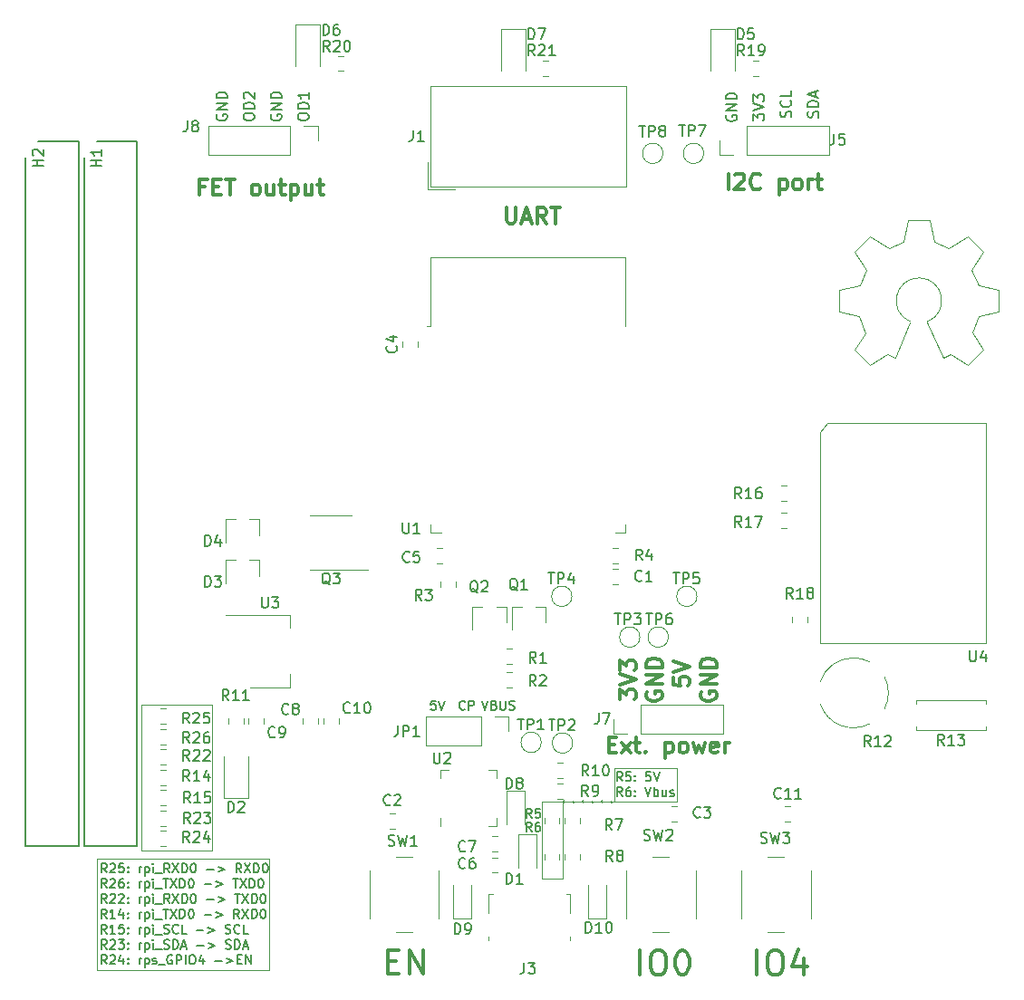
<source format=gbr>
G04 #@! TF.GenerationSoftware,KiCad,Pcbnew,(5.1.2)-2*
G04 #@! TF.CreationDate,2020-11-23T21:19:51+02:00*
G04 #@! TF.ProjectId,ESP_mesh_module,4553505f-6d65-4736-985f-6d6f64756c65,rev?*
G04 #@! TF.SameCoordinates,Original*
G04 #@! TF.FileFunction,Legend,Top*
G04 #@! TF.FilePolarity,Positive*
%FSLAX46Y46*%
G04 Gerber Fmt 4.6, Leading zero omitted, Abs format (unit mm)*
G04 Created by KiCad (PCBNEW (5.1.2)-2) date 2020-11-23 21:19:51*
%MOMM*%
%LPD*%
G04 APERTURE LIST*
%ADD10C,0.150000*%
%ADD11C,0.120000*%
%ADD12C,0.200000*%
%ADD13C,0.300000*%
%ADD14C,0.312500*%
%ADD15C,0.100000*%
G04 APERTURE END LIST*
D10*
X168621095Y-122287071D02*
X168580619Y-122327547D01*
X168459190Y-122368023D01*
X168378238Y-122368023D01*
X168256809Y-122327547D01*
X168175857Y-122246595D01*
X168135380Y-122165642D01*
X168094904Y-122003738D01*
X168094904Y-121882309D01*
X168135380Y-121720404D01*
X168175857Y-121639452D01*
X168256809Y-121558500D01*
X168378238Y-121518023D01*
X168459190Y-121518023D01*
X168580619Y-121558500D01*
X168621095Y-121598976D01*
X168985380Y-122368023D02*
X168985380Y-121518023D01*
X169309190Y-121518023D01*
X169390142Y-121558500D01*
X169430619Y-121598976D01*
X169471095Y-121679928D01*
X169471095Y-121801357D01*
X169430619Y-121882309D01*
X169390142Y-121922785D01*
X169309190Y-121963261D01*
X168985380Y-121963261D01*
X170209166Y-121518023D02*
X170492500Y-122368023D01*
X170775833Y-121518023D01*
X171342500Y-121922785D02*
X171463928Y-121963261D01*
X171504404Y-122003738D01*
X171544880Y-122084690D01*
X171544880Y-122206119D01*
X171504404Y-122287071D01*
X171463928Y-122327547D01*
X171382976Y-122368023D01*
X171059166Y-122368023D01*
X171059166Y-121518023D01*
X171342500Y-121518023D01*
X171423452Y-121558500D01*
X171463928Y-121598976D01*
X171504404Y-121679928D01*
X171504404Y-121760880D01*
X171463928Y-121841833D01*
X171423452Y-121882309D01*
X171342500Y-121922785D01*
X171059166Y-121922785D01*
X171909166Y-121518023D02*
X171909166Y-122206119D01*
X171949642Y-122287071D01*
X171990119Y-122327547D01*
X172071071Y-122368023D01*
X172232976Y-122368023D01*
X172313928Y-122327547D01*
X172354404Y-122287071D01*
X172394880Y-122206119D01*
X172394880Y-121518023D01*
X172759166Y-122327547D02*
X172880595Y-122368023D01*
X173082976Y-122368023D01*
X173163928Y-122327547D01*
X173204404Y-122287071D01*
X173244880Y-122206119D01*
X173244880Y-122125166D01*
X173204404Y-122044214D01*
X173163928Y-122003738D01*
X173082976Y-121963261D01*
X172921071Y-121922785D01*
X172840119Y-121882309D01*
X172799642Y-121841833D01*
X172759166Y-121760880D01*
X172759166Y-121679928D01*
X172799642Y-121598976D01*
X172840119Y-121558500D01*
X172921071Y-121518023D01*
X173123452Y-121518023D01*
X173244880Y-121558500D01*
X165890595Y-121518023D02*
X165485833Y-121518023D01*
X165445357Y-121922785D01*
X165485833Y-121882309D01*
X165566785Y-121841833D01*
X165769166Y-121841833D01*
X165850119Y-121882309D01*
X165890595Y-121922785D01*
X165931071Y-122003738D01*
X165931071Y-122206119D01*
X165890595Y-122287071D01*
X165850119Y-122327547D01*
X165769166Y-122368023D01*
X165566785Y-122368023D01*
X165485833Y-122327547D01*
X165445357Y-122287071D01*
X166173928Y-121518023D02*
X166457261Y-122368023D01*
X166740595Y-121518023D01*
D11*
X182308500Y-130810000D02*
X182181500Y-130937000D01*
X181419500Y-130810000D02*
X181292500Y-130937000D01*
X181292500Y-130937000D02*
X181419500Y-131064000D01*
X182181500Y-130937000D02*
X182308500Y-131064000D01*
X180530500Y-130810000D02*
X180403500Y-130937000D01*
X179641500Y-130810000D02*
X179514500Y-130937000D01*
X179514500Y-130937000D02*
X179641500Y-131064000D01*
X180403500Y-130937000D02*
X180530500Y-131064000D01*
X178752500Y-130810000D02*
X178625500Y-130937000D01*
X177863500Y-130810000D02*
X177736500Y-130937000D01*
X177736500Y-130937000D02*
X177863500Y-131064000D01*
X178625500Y-130937000D02*
X178752500Y-131064000D01*
X177723800Y-130937000D02*
X182562500Y-130937000D01*
X175793400Y-131673600D02*
X175793400Y-130937000D01*
X175793400Y-132969000D02*
X175793400Y-131673600D01*
X175793400Y-134315200D02*
X175793400Y-132969000D01*
X175793400Y-138150600D02*
X175793400Y-134315200D01*
X177723800Y-138150600D02*
X175793400Y-138150600D01*
X177723800Y-134670800D02*
X177723800Y-138150600D01*
X177723800Y-133019800D02*
X177723800Y-134670800D01*
X177723800Y-130937000D02*
X177723800Y-133019800D01*
X175793400Y-130937000D02*
X177723800Y-130937000D01*
X134239000Y-136271000D02*
X134366000Y-136271000D01*
X134239000Y-146685000D02*
X134239000Y-136271000D01*
X150368000Y-146685000D02*
X134239000Y-146685000D01*
X150368000Y-146558000D02*
X150368000Y-146685000D01*
X150368000Y-146304000D02*
X150368000Y-146558000D01*
X150368000Y-139700000D02*
X150368000Y-146304000D01*
X150368000Y-136271000D02*
X150368000Y-139700000D01*
X134366000Y-136271000D02*
X150368000Y-136271000D01*
X182549800Y-130937000D02*
X182549800Y-127838200D01*
X188391800Y-130937000D02*
X182549800Y-130937000D01*
X188391800Y-127838200D02*
X188391800Y-130937000D01*
X182549800Y-127838200D02*
X188391800Y-127838200D01*
D10*
X183335395Y-129034223D02*
X183052061Y-128629461D01*
X182849680Y-129034223D02*
X182849680Y-128184223D01*
X183173490Y-128184223D01*
X183254442Y-128224700D01*
X183294919Y-128265176D01*
X183335395Y-128346128D01*
X183335395Y-128467557D01*
X183294919Y-128548509D01*
X183254442Y-128588985D01*
X183173490Y-128629461D01*
X182849680Y-128629461D01*
X184104442Y-128184223D02*
X183699680Y-128184223D01*
X183659204Y-128588985D01*
X183699680Y-128548509D01*
X183780633Y-128508033D01*
X183983014Y-128508033D01*
X184063966Y-128548509D01*
X184104442Y-128588985D01*
X184144919Y-128669938D01*
X184144919Y-128872319D01*
X184104442Y-128953271D01*
X184063966Y-128993747D01*
X183983014Y-129034223D01*
X183780633Y-129034223D01*
X183699680Y-128993747D01*
X183659204Y-128953271D01*
X184509204Y-128953271D02*
X184549680Y-128993747D01*
X184509204Y-129034223D01*
X184468728Y-128993747D01*
X184509204Y-128953271D01*
X184509204Y-129034223D01*
X184509204Y-128508033D02*
X184549680Y-128548509D01*
X184509204Y-128588985D01*
X184468728Y-128548509D01*
X184509204Y-128508033D01*
X184509204Y-128588985D01*
X185966347Y-128184223D02*
X185561585Y-128184223D01*
X185521109Y-128588985D01*
X185561585Y-128548509D01*
X185642538Y-128508033D01*
X185844919Y-128508033D01*
X185925871Y-128548509D01*
X185966347Y-128588985D01*
X186006823Y-128669938D01*
X186006823Y-128872319D01*
X185966347Y-128953271D01*
X185925871Y-128993747D01*
X185844919Y-129034223D01*
X185642538Y-129034223D01*
X185561585Y-128993747D01*
X185521109Y-128953271D01*
X186249680Y-128184223D02*
X186533014Y-129034223D01*
X186816347Y-128184223D01*
X183335395Y-130459223D02*
X183052061Y-130054461D01*
X182849680Y-130459223D02*
X182849680Y-129609223D01*
X183173490Y-129609223D01*
X183254442Y-129649700D01*
X183294919Y-129690176D01*
X183335395Y-129771128D01*
X183335395Y-129892557D01*
X183294919Y-129973509D01*
X183254442Y-130013985D01*
X183173490Y-130054461D01*
X182849680Y-130054461D01*
X184063966Y-129609223D02*
X183902061Y-129609223D01*
X183821109Y-129649700D01*
X183780633Y-129690176D01*
X183699680Y-129811604D01*
X183659204Y-129973509D01*
X183659204Y-130297319D01*
X183699680Y-130378271D01*
X183740157Y-130418747D01*
X183821109Y-130459223D01*
X183983014Y-130459223D01*
X184063966Y-130418747D01*
X184104442Y-130378271D01*
X184144919Y-130297319D01*
X184144919Y-130094938D01*
X184104442Y-130013985D01*
X184063966Y-129973509D01*
X183983014Y-129933033D01*
X183821109Y-129933033D01*
X183740157Y-129973509D01*
X183699680Y-130013985D01*
X183659204Y-130094938D01*
X184509204Y-130378271D02*
X184549680Y-130418747D01*
X184509204Y-130459223D01*
X184468728Y-130418747D01*
X184509204Y-130378271D01*
X184509204Y-130459223D01*
X184509204Y-129933033D02*
X184549680Y-129973509D01*
X184509204Y-130013985D01*
X184468728Y-129973509D01*
X184509204Y-129933033D01*
X184509204Y-130013985D01*
X185440157Y-129609223D02*
X185723490Y-130459223D01*
X186006823Y-129609223D01*
X186290157Y-130459223D02*
X186290157Y-129609223D01*
X186290157Y-129933033D02*
X186371109Y-129892557D01*
X186533014Y-129892557D01*
X186613966Y-129933033D01*
X186654442Y-129973509D01*
X186694919Y-130054461D01*
X186694919Y-130297319D01*
X186654442Y-130378271D01*
X186613966Y-130418747D01*
X186533014Y-130459223D01*
X186371109Y-130459223D01*
X186290157Y-130418747D01*
X187423490Y-129892557D02*
X187423490Y-130459223D01*
X187059204Y-129892557D02*
X187059204Y-130337795D01*
X187099680Y-130418747D01*
X187180633Y-130459223D01*
X187302061Y-130459223D01*
X187383014Y-130418747D01*
X187423490Y-130378271D01*
X187787776Y-130418747D02*
X187868728Y-130459223D01*
X188030633Y-130459223D01*
X188111585Y-130418747D01*
X188152061Y-130337795D01*
X188152061Y-130297319D01*
X188111585Y-130216366D01*
X188030633Y-130175890D01*
X187909204Y-130175890D01*
X187828252Y-130135414D01*
X187787776Y-130054461D01*
X187787776Y-130013985D01*
X187828252Y-129933033D01*
X187909204Y-129892557D01*
X188030633Y-129892557D01*
X188111585Y-129933033D01*
X135151595Y-137587523D02*
X134868261Y-137182761D01*
X134665880Y-137587523D02*
X134665880Y-136737523D01*
X134989690Y-136737523D01*
X135070642Y-136778000D01*
X135111119Y-136818476D01*
X135151595Y-136899428D01*
X135151595Y-137020857D01*
X135111119Y-137101809D01*
X135070642Y-137142285D01*
X134989690Y-137182761D01*
X134665880Y-137182761D01*
X135475404Y-136818476D02*
X135515880Y-136778000D01*
X135596833Y-136737523D01*
X135799214Y-136737523D01*
X135880166Y-136778000D01*
X135920642Y-136818476D01*
X135961119Y-136899428D01*
X135961119Y-136980380D01*
X135920642Y-137101809D01*
X135434928Y-137587523D01*
X135961119Y-137587523D01*
X136730166Y-136737523D02*
X136325404Y-136737523D01*
X136284928Y-137142285D01*
X136325404Y-137101809D01*
X136406357Y-137061333D01*
X136608738Y-137061333D01*
X136689690Y-137101809D01*
X136730166Y-137142285D01*
X136770642Y-137223238D01*
X136770642Y-137425619D01*
X136730166Y-137506571D01*
X136689690Y-137547047D01*
X136608738Y-137587523D01*
X136406357Y-137587523D01*
X136325404Y-137547047D01*
X136284928Y-137506571D01*
X137134928Y-137506571D02*
X137175404Y-137547047D01*
X137134928Y-137587523D01*
X137094452Y-137547047D01*
X137134928Y-137506571D01*
X137134928Y-137587523D01*
X137134928Y-137061333D02*
X137175404Y-137101809D01*
X137134928Y-137142285D01*
X137094452Y-137101809D01*
X137134928Y-137061333D01*
X137134928Y-137142285D01*
X138187309Y-137587523D02*
X138187309Y-137020857D01*
X138187309Y-137182761D02*
X138227785Y-137101809D01*
X138268261Y-137061333D01*
X138349214Y-137020857D01*
X138430166Y-137020857D01*
X138713500Y-137020857D02*
X138713500Y-137870857D01*
X138713500Y-137061333D02*
X138794452Y-137020857D01*
X138956357Y-137020857D01*
X139037309Y-137061333D01*
X139077785Y-137101809D01*
X139118261Y-137182761D01*
X139118261Y-137425619D01*
X139077785Y-137506571D01*
X139037309Y-137547047D01*
X138956357Y-137587523D01*
X138794452Y-137587523D01*
X138713500Y-137547047D01*
X139482547Y-137587523D02*
X139482547Y-137020857D01*
X139482547Y-136737523D02*
X139442071Y-136778000D01*
X139482547Y-136818476D01*
X139523023Y-136778000D01*
X139482547Y-136737523D01*
X139482547Y-136818476D01*
X139684928Y-137668476D02*
X140332547Y-137668476D01*
X141020642Y-137587523D02*
X140737309Y-137182761D01*
X140534928Y-137587523D02*
X140534928Y-136737523D01*
X140858738Y-136737523D01*
X140939690Y-136778000D01*
X140980166Y-136818476D01*
X141020642Y-136899428D01*
X141020642Y-137020857D01*
X140980166Y-137101809D01*
X140939690Y-137142285D01*
X140858738Y-137182761D01*
X140534928Y-137182761D01*
X141303976Y-136737523D02*
X141870642Y-137587523D01*
X141870642Y-136737523D02*
X141303976Y-137587523D01*
X142194452Y-137587523D02*
X142194452Y-136737523D01*
X142396833Y-136737523D01*
X142518261Y-136778000D01*
X142599214Y-136858952D01*
X142639690Y-136939904D01*
X142680166Y-137101809D01*
X142680166Y-137223238D01*
X142639690Y-137385142D01*
X142599214Y-137466095D01*
X142518261Y-137547047D01*
X142396833Y-137587523D01*
X142194452Y-137587523D01*
X143206357Y-136737523D02*
X143287309Y-136737523D01*
X143368261Y-136778000D01*
X143408738Y-136818476D01*
X143449214Y-136899428D01*
X143489690Y-137061333D01*
X143489690Y-137263714D01*
X143449214Y-137425619D01*
X143408738Y-137506571D01*
X143368261Y-137547047D01*
X143287309Y-137587523D01*
X143206357Y-137587523D01*
X143125404Y-137547047D01*
X143084928Y-137506571D01*
X143044452Y-137425619D01*
X143003976Y-137263714D01*
X143003976Y-137061333D01*
X143044452Y-136899428D01*
X143084928Y-136818476D01*
X143125404Y-136778000D01*
X143206357Y-136737523D01*
X144501595Y-137263714D02*
X145149214Y-137263714D01*
X145553976Y-137020857D02*
X146201595Y-137263714D01*
X145553976Y-137506571D01*
X147739690Y-137587523D02*
X147456357Y-137182761D01*
X147253976Y-137587523D02*
X147253976Y-136737523D01*
X147577785Y-136737523D01*
X147658738Y-136778000D01*
X147699214Y-136818476D01*
X147739690Y-136899428D01*
X147739690Y-137020857D01*
X147699214Y-137101809D01*
X147658738Y-137142285D01*
X147577785Y-137182761D01*
X147253976Y-137182761D01*
X148023023Y-136737523D02*
X148589690Y-137587523D01*
X148589690Y-136737523D02*
X148023023Y-137587523D01*
X148913500Y-137587523D02*
X148913500Y-136737523D01*
X149115880Y-136737523D01*
X149237309Y-136778000D01*
X149318261Y-136858952D01*
X149358738Y-136939904D01*
X149399214Y-137101809D01*
X149399214Y-137223238D01*
X149358738Y-137385142D01*
X149318261Y-137466095D01*
X149237309Y-137547047D01*
X149115880Y-137587523D01*
X148913500Y-137587523D01*
X149925404Y-136737523D02*
X150006357Y-136737523D01*
X150087309Y-136778000D01*
X150127785Y-136818476D01*
X150168261Y-136899428D01*
X150208738Y-137061333D01*
X150208738Y-137263714D01*
X150168261Y-137425619D01*
X150127785Y-137506571D01*
X150087309Y-137547047D01*
X150006357Y-137587523D01*
X149925404Y-137587523D01*
X149844452Y-137547047D01*
X149803976Y-137506571D01*
X149763500Y-137425619D01*
X149723023Y-137263714D01*
X149723023Y-137061333D01*
X149763500Y-136899428D01*
X149803976Y-136818476D01*
X149844452Y-136778000D01*
X149925404Y-136737523D01*
X135151595Y-139012523D02*
X134868261Y-138607761D01*
X134665880Y-139012523D02*
X134665880Y-138162523D01*
X134989690Y-138162523D01*
X135070642Y-138203000D01*
X135111119Y-138243476D01*
X135151595Y-138324428D01*
X135151595Y-138445857D01*
X135111119Y-138526809D01*
X135070642Y-138567285D01*
X134989690Y-138607761D01*
X134665880Y-138607761D01*
X135475404Y-138243476D02*
X135515880Y-138203000D01*
X135596833Y-138162523D01*
X135799214Y-138162523D01*
X135880166Y-138203000D01*
X135920642Y-138243476D01*
X135961119Y-138324428D01*
X135961119Y-138405380D01*
X135920642Y-138526809D01*
X135434928Y-139012523D01*
X135961119Y-139012523D01*
X136689690Y-138162523D02*
X136527785Y-138162523D01*
X136446833Y-138203000D01*
X136406357Y-138243476D01*
X136325404Y-138364904D01*
X136284928Y-138526809D01*
X136284928Y-138850619D01*
X136325404Y-138931571D01*
X136365880Y-138972047D01*
X136446833Y-139012523D01*
X136608738Y-139012523D01*
X136689690Y-138972047D01*
X136730166Y-138931571D01*
X136770642Y-138850619D01*
X136770642Y-138648238D01*
X136730166Y-138567285D01*
X136689690Y-138526809D01*
X136608738Y-138486333D01*
X136446833Y-138486333D01*
X136365880Y-138526809D01*
X136325404Y-138567285D01*
X136284928Y-138648238D01*
X137134928Y-138931571D02*
X137175404Y-138972047D01*
X137134928Y-139012523D01*
X137094452Y-138972047D01*
X137134928Y-138931571D01*
X137134928Y-139012523D01*
X137134928Y-138486333D02*
X137175404Y-138526809D01*
X137134928Y-138567285D01*
X137094452Y-138526809D01*
X137134928Y-138486333D01*
X137134928Y-138567285D01*
X138187309Y-139012523D02*
X138187309Y-138445857D01*
X138187309Y-138607761D02*
X138227785Y-138526809D01*
X138268261Y-138486333D01*
X138349214Y-138445857D01*
X138430166Y-138445857D01*
X138713500Y-138445857D02*
X138713500Y-139295857D01*
X138713500Y-138486333D02*
X138794452Y-138445857D01*
X138956357Y-138445857D01*
X139037309Y-138486333D01*
X139077785Y-138526809D01*
X139118261Y-138607761D01*
X139118261Y-138850619D01*
X139077785Y-138931571D01*
X139037309Y-138972047D01*
X138956357Y-139012523D01*
X138794452Y-139012523D01*
X138713500Y-138972047D01*
X139482547Y-139012523D02*
X139482547Y-138445857D01*
X139482547Y-138162523D02*
X139442071Y-138203000D01*
X139482547Y-138243476D01*
X139523023Y-138203000D01*
X139482547Y-138162523D01*
X139482547Y-138243476D01*
X139684928Y-139093476D02*
X140332547Y-139093476D01*
X140413500Y-138162523D02*
X140899214Y-138162523D01*
X140656357Y-139012523D02*
X140656357Y-138162523D01*
X141101595Y-138162523D02*
X141668261Y-139012523D01*
X141668261Y-138162523D02*
X141101595Y-139012523D01*
X141992071Y-139012523D02*
X141992071Y-138162523D01*
X142194452Y-138162523D01*
X142315880Y-138203000D01*
X142396833Y-138283952D01*
X142437309Y-138364904D01*
X142477785Y-138526809D01*
X142477785Y-138648238D01*
X142437309Y-138810142D01*
X142396833Y-138891095D01*
X142315880Y-138972047D01*
X142194452Y-139012523D01*
X141992071Y-139012523D01*
X143003976Y-138162523D02*
X143084928Y-138162523D01*
X143165880Y-138203000D01*
X143206357Y-138243476D01*
X143246833Y-138324428D01*
X143287309Y-138486333D01*
X143287309Y-138688714D01*
X143246833Y-138850619D01*
X143206357Y-138931571D01*
X143165880Y-138972047D01*
X143084928Y-139012523D01*
X143003976Y-139012523D01*
X142923023Y-138972047D01*
X142882547Y-138931571D01*
X142842071Y-138850619D01*
X142801595Y-138688714D01*
X142801595Y-138486333D01*
X142842071Y-138324428D01*
X142882547Y-138243476D01*
X142923023Y-138203000D01*
X143003976Y-138162523D01*
X144299214Y-138688714D02*
X144946833Y-138688714D01*
X145351595Y-138445857D02*
X145999214Y-138688714D01*
X145351595Y-138931571D01*
X146930166Y-138162523D02*
X147415880Y-138162523D01*
X147173023Y-139012523D02*
X147173023Y-138162523D01*
X147618261Y-138162523D02*
X148184928Y-139012523D01*
X148184928Y-138162523D02*
X147618261Y-139012523D01*
X148508738Y-139012523D02*
X148508738Y-138162523D01*
X148711119Y-138162523D01*
X148832547Y-138203000D01*
X148913500Y-138283952D01*
X148953976Y-138364904D01*
X148994452Y-138526809D01*
X148994452Y-138648238D01*
X148953976Y-138810142D01*
X148913500Y-138891095D01*
X148832547Y-138972047D01*
X148711119Y-139012523D01*
X148508738Y-139012523D01*
X149520642Y-138162523D02*
X149601595Y-138162523D01*
X149682547Y-138203000D01*
X149723023Y-138243476D01*
X149763500Y-138324428D01*
X149803976Y-138486333D01*
X149803976Y-138688714D01*
X149763500Y-138850619D01*
X149723023Y-138931571D01*
X149682547Y-138972047D01*
X149601595Y-139012523D01*
X149520642Y-139012523D01*
X149439690Y-138972047D01*
X149399214Y-138931571D01*
X149358738Y-138850619D01*
X149318261Y-138688714D01*
X149318261Y-138486333D01*
X149358738Y-138324428D01*
X149399214Y-138243476D01*
X149439690Y-138203000D01*
X149520642Y-138162523D01*
X135151595Y-140437523D02*
X134868261Y-140032761D01*
X134665880Y-140437523D02*
X134665880Y-139587523D01*
X134989690Y-139587523D01*
X135070642Y-139628000D01*
X135111119Y-139668476D01*
X135151595Y-139749428D01*
X135151595Y-139870857D01*
X135111119Y-139951809D01*
X135070642Y-139992285D01*
X134989690Y-140032761D01*
X134665880Y-140032761D01*
X135475404Y-139668476D02*
X135515880Y-139628000D01*
X135596833Y-139587523D01*
X135799214Y-139587523D01*
X135880166Y-139628000D01*
X135920642Y-139668476D01*
X135961119Y-139749428D01*
X135961119Y-139830380D01*
X135920642Y-139951809D01*
X135434928Y-140437523D01*
X135961119Y-140437523D01*
X136284928Y-139668476D02*
X136325404Y-139628000D01*
X136406357Y-139587523D01*
X136608738Y-139587523D01*
X136689690Y-139628000D01*
X136730166Y-139668476D01*
X136770642Y-139749428D01*
X136770642Y-139830380D01*
X136730166Y-139951809D01*
X136244452Y-140437523D01*
X136770642Y-140437523D01*
X137134928Y-140356571D02*
X137175404Y-140397047D01*
X137134928Y-140437523D01*
X137094452Y-140397047D01*
X137134928Y-140356571D01*
X137134928Y-140437523D01*
X137134928Y-139911333D02*
X137175404Y-139951809D01*
X137134928Y-139992285D01*
X137094452Y-139951809D01*
X137134928Y-139911333D01*
X137134928Y-139992285D01*
X138187309Y-140437523D02*
X138187309Y-139870857D01*
X138187309Y-140032761D02*
X138227785Y-139951809D01*
X138268261Y-139911333D01*
X138349214Y-139870857D01*
X138430166Y-139870857D01*
X138713500Y-139870857D02*
X138713500Y-140720857D01*
X138713500Y-139911333D02*
X138794452Y-139870857D01*
X138956357Y-139870857D01*
X139037309Y-139911333D01*
X139077785Y-139951809D01*
X139118261Y-140032761D01*
X139118261Y-140275619D01*
X139077785Y-140356571D01*
X139037309Y-140397047D01*
X138956357Y-140437523D01*
X138794452Y-140437523D01*
X138713500Y-140397047D01*
X139482547Y-140437523D02*
X139482547Y-139870857D01*
X139482547Y-139587523D02*
X139442071Y-139628000D01*
X139482547Y-139668476D01*
X139523023Y-139628000D01*
X139482547Y-139587523D01*
X139482547Y-139668476D01*
X139684928Y-140518476D02*
X140332547Y-140518476D01*
X141020642Y-140437523D02*
X140737309Y-140032761D01*
X140534928Y-140437523D02*
X140534928Y-139587523D01*
X140858738Y-139587523D01*
X140939690Y-139628000D01*
X140980166Y-139668476D01*
X141020642Y-139749428D01*
X141020642Y-139870857D01*
X140980166Y-139951809D01*
X140939690Y-139992285D01*
X140858738Y-140032761D01*
X140534928Y-140032761D01*
X141303976Y-139587523D02*
X141870642Y-140437523D01*
X141870642Y-139587523D02*
X141303976Y-140437523D01*
X142194452Y-140437523D02*
X142194452Y-139587523D01*
X142396833Y-139587523D01*
X142518261Y-139628000D01*
X142599214Y-139708952D01*
X142639690Y-139789904D01*
X142680166Y-139951809D01*
X142680166Y-140073238D01*
X142639690Y-140235142D01*
X142599214Y-140316095D01*
X142518261Y-140397047D01*
X142396833Y-140437523D01*
X142194452Y-140437523D01*
X143206357Y-139587523D02*
X143287309Y-139587523D01*
X143368261Y-139628000D01*
X143408738Y-139668476D01*
X143449214Y-139749428D01*
X143489690Y-139911333D01*
X143489690Y-140113714D01*
X143449214Y-140275619D01*
X143408738Y-140356571D01*
X143368261Y-140397047D01*
X143287309Y-140437523D01*
X143206357Y-140437523D01*
X143125404Y-140397047D01*
X143084928Y-140356571D01*
X143044452Y-140275619D01*
X143003976Y-140113714D01*
X143003976Y-139911333D01*
X143044452Y-139749428D01*
X143084928Y-139668476D01*
X143125404Y-139628000D01*
X143206357Y-139587523D01*
X144501595Y-140113714D02*
X145149214Y-140113714D01*
X145553976Y-139870857D02*
X146201595Y-140113714D01*
X145553976Y-140356571D01*
X147132547Y-139587523D02*
X147618261Y-139587523D01*
X147375404Y-140437523D02*
X147375404Y-139587523D01*
X147820642Y-139587523D02*
X148387309Y-140437523D01*
X148387309Y-139587523D02*
X147820642Y-140437523D01*
X148711119Y-140437523D02*
X148711119Y-139587523D01*
X148913500Y-139587523D01*
X149034928Y-139628000D01*
X149115880Y-139708952D01*
X149156357Y-139789904D01*
X149196833Y-139951809D01*
X149196833Y-140073238D01*
X149156357Y-140235142D01*
X149115880Y-140316095D01*
X149034928Y-140397047D01*
X148913500Y-140437523D01*
X148711119Y-140437523D01*
X149723023Y-139587523D02*
X149803976Y-139587523D01*
X149884928Y-139628000D01*
X149925404Y-139668476D01*
X149965880Y-139749428D01*
X150006357Y-139911333D01*
X150006357Y-140113714D01*
X149965880Y-140275619D01*
X149925404Y-140356571D01*
X149884928Y-140397047D01*
X149803976Y-140437523D01*
X149723023Y-140437523D01*
X149642071Y-140397047D01*
X149601595Y-140356571D01*
X149561119Y-140275619D01*
X149520642Y-140113714D01*
X149520642Y-139911333D01*
X149561119Y-139749428D01*
X149601595Y-139668476D01*
X149642071Y-139628000D01*
X149723023Y-139587523D01*
X135151595Y-141862523D02*
X134868261Y-141457761D01*
X134665880Y-141862523D02*
X134665880Y-141012523D01*
X134989690Y-141012523D01*
X135070642Y-141053000D01*
X135111119Y-141093476D01*
X135151595Y-141174428D01*
X135151595Y-141295857D01*
X135111119Y-141376809D01*
X135070642Y-141417285D01*
X134989690Y-141457761D01*
X134665880Y-141457761D01*
X135961119Y-141862523D02*
X135475404Y-141862523D01*
X135718261Y-141862523D02*
X135718261Y-141012523D01*
X135637309Y-141133952D01*
X135556357Y-141214904D01*
X135475404Y-141255380D01*
X136689690Y-141295857D02*
X136689690Y-141862523D01*
X136487309Y-140972047D02*
X136284928Y-141579190D01*
X136811119Y-141579190D01*
X137134928Y-141781571D02*
X137175404Y-141822047D01*
X137134928Y-141862523D01*
X137094452Y-141822047D01*
X137134928Y-141781571D01*
X137134928Y-141862523D01*
X137134928Y-141336333D02*
X137175404Y-141376809D01*
X137134928Y-141417285D01*
X137094452Y-141376809D01*
X137134928Y-141336333D01*
X137134928Y-141417285D01*
X138187309Y-141862523D02*
X138187309Y-141295857D01*
X138187309Y-141457761D02*
X138227785Y-141376809D01*
X138268261Y-141336333D01*
X138349214Y-141295857D01*
X138430166Y-141295857D01*
X138713500Y-141295857D02*
X138713500Y-142145857D01*
X138713500Y-141336333D02*
X138794452Y-141295857D01*
X138956357Y-141295857D01*
X139037309Y-141336333D01*
X139077785Y-141376809D01*
X139118261Y-141457761D01*
X139118261Y-141700619D01*
X139077785Y-141781571D01*
X139037309Y-141822047D01*
X138956357Y-141862523D01*
X138794452Y-141862523D01*
X138713500Y-141822047D01*
X139482547Y-141862523D02*
X139482547Y-141295857D01*
X139482547Y-141012523D02*
X139442071Y-141053000D01*
X139482547Y-141093476D01*
X139523023Y-141053000D01*
X139482547Y-141012523D01*
X139482547Y-141093476D01*
X139684928Y-141943476D02*
X140332547Y-141943476D01*
X140413500Y-141012523D02*
X140899214Y-141012523D01*
X140656357Y-141862523D02*
X140656357Y-141012523D01*
X141101595Y-141012523D02*
X141668261Y-141862523D01*
X141668261Y-141012523D02*
X141101595Y-141862523D01*
X141992071Y-141862523D02*
X141992071Y-141012523D01*
X142194452Y-141012523D01*
X142315880Y-141053000D01*
X142396833Y-141133952D01*
X142437309Y-141214904D01*
X142477785Y-141376809D01*
X142477785Y-141498238D01*
X142437309Y-141660142D01*
X142396833Y-141741095D01*
X142315880Y-141822047D01*
X142194452Y-141862523D01*
X141992071Y-141862523D01*
X143003976Y-141012523D02*
X143084928Y-141012523D01*
X143165880Y-141053000D01*
X143206357Y-141093476D01*
X143246833Y-141174428D01*
X143287309Y-141336333D01*
X143287309Y-141538714D01*
X143246833Y-141700619D01*
X143206357Y-141781571D01*
X143165880Y-141822047D01*
X143084928Y-141862523D01*
X143003976Y-141862523D01*
X142923023Y-141822047D01*
X142882547Y-141781571D01*
X142842071Y-141700619D01*
X142801595Y-141538714D01*
X142801595Y-141336333D01*
X142842071Y-141174428D01*
X142882547Y-141093476D01*
X142923023Y-141053000D01*
X143003976Y-141012523D01*
X144299214Y-141538714D02*
X144946833Y-141538714D01*
X145351595Y-141295857D02*
X145999214Y-141538714D01*
X145351595Y-141781571D01*
X147537309Y-141862523D02*
X147253976Y-141457761D01*
X147051595Y-141862523D02*
X147051595Y-141012523D01*
X147375404Y-141012523D01*
X147456357Y-141053000D01*
X147496833Y-141093476D01*
X147537309Y-141174428D01*
X147537309Y-141295857D01*
X147496833Y-141376809D01*
X147456357Y-141417285D01*
X147375404Y-141457761D01*
X147051595Y-141457761D01*
X147820642Y-141012523D02*
X148387309Y-141862523D01*
X148387309Y-141012523D02*
X147820642Y-141862523D01*
X148711119Y-141862523D02*
X148711119Y-141012523D01*
X148913500Y-141012523D01*
X149034928Y-141053000D01*
X149115880Y-141133952D01*
X149156357Y-141214904D01*
X149196833Y-141376809D01*
X149196833Y-141498238D01*
X149156357Y-141660142D01*
X149115880Y-141741095D01*
X149034928Y-141822047D01*
X148913500Y-141862523D01*
X148711119Y-141862523D01*
X149723023Y-141012523D02*
X149803976Y-141012523D01*
X149884928Y-141053000D01*
X149925404Y-141093476D01*
X149965880Y-141174428D01*
X150006357Y-141336333D01*
X150006357Y-141538714D01*
X149965880Y-141700619D01*
X149925404Y-141781571D01*
X149884928Y-141822047D01*
X149803976Y-141862523D01*
X149723023Y-141862523D01*
X149642071Y-141822047D01*
X149601595Y-141781571D01*
X149561119Y-141700619D01*
X149520642Y-141538714D01*
X149520642Y-141336333D01*
X149561119Y-141174428D01*
X149601595Y-141093476D01*
X149642071Y-141053000D01*
X149723023Y-141012523D01*
X135151595Y-143287523D02*
X134868261Y-142882761D01*
X134665880Y-143287523D02*
X134665880Y-142437523D01*
X134989690Y-142437523D01*
X135070642Y-142478000D01*
X135111119Y-142518476D01*
X135151595Y-142599428D01*
X135151595Y-142720857D01*
X135111119Y-142801809D01*
X135070642Y-142842285D01*
X134989690Y-142882761D01*
X134665880Y-142882761D01*
X135961119Y-143287523D02*
X135475404Y-143287523D01*
X135718261Y-143287523D02*
X135718261Y-142437523D01*
X135637309Y-142558952D01*
X135556357Y-142639904D01*
X135475404Y-142680380D01*
X136730166Y-142437523D02*
X136325404Y-142437523D01*
X136284928Y-142842285D01*
X136325404Y-142801809D01*
X136406357Y-142761333D01*
X136608738Y-142761333D01*
X136689690Y-142801809D01*
X136730166Y-142842285D01*
X136770642Y-142923238D01*
X136770642Y-143125619D01*
X136730166Y-143206571D01*
X136689690Y-143247047D01*
X136608738Y-143287523D01*
X136406357Y-143287523D01*
X136325404Y-143247047D01*
X136284928Y-143206571D01*
X137134928Y-143206571D02*
X137175404Y-143247047D01*
X137134928Y-143287523D01*
X137094452Y-143247047D01*
X137134928Y-143206571D01*
X137134928Y-143287523D01*
X137134928Y-142761333D02*
X137175404Y-142801809D01*
X137134928Y-142842285D01*
X137094452Y-142801809D01*
X137134928Y-142761333D01*
X137134928Y-142842285D01*
X138187309Y-143287523D02*
X138187309Y-142720857D01*
X138187309Y-142882761D02*
X138227785Y-142801809D01*
X138268261Y-142761333D01*
X138349214Y-142720857D01*
X138430166Y-142720857D01*
X138713500Y-142720857D02*
X138713500Y-143570857D01*
X138713500Y-142761333D02*
X138794452Y-142720857D01*
X138956357Y-142720857D01*
X139037309Y-142761333D01*
X139077785Y-142801809D01*
X139118261Y-142882761D01*
X139118261Y-143125619D01*
X139077785Y-143206571D01*
X139037309Y-143247047D01*
X138956357Y-143287523D01*
X138794452Y-143287523D01*
X138713500Y-143247047D01*
X139482547Y-143287523D02*
X139482547Y-142720857D01*
X139482547Y-142437523D02*
X139442071Y-142478000D01*
X139482547Y-142518476D01*
X139523023Y-142478000D01*
X139482547Y-142437523D01*
X139482547Y-142518476D01*
X139684928Y-143368476D02*
X140332547Y-143368476D01*
X140494452Y-143247047D02*
X140615880Y-143287523D01*
X140818261Y-143287523D01*
X140899214Y-143247047D01*
X140939690Y-143206571D01*
X140980166Y-143125619D01*
X140980166Y-143044666D01*
X140939690Y-142963714D01*
X140899214Y-142923238D01*
X140818261Y-142882761D01*
X140656357Y-142842285D01*
X140575404Y-142801809D01*
X140534928Y-142761333D01*
X140494452Y-142680380D01*
X140494452Y-142599428D01*
X140534928Y-142518476D01*
X140575404Y-142478000D01*
X140656357Y-142437523D01*
X140858738Y-142437523D01*
X140980166Y-142478000D01*
X141830166Y-143206571D02*
X141789690Y-143247047D01*
X141668261Y-143287523D01*
X141587309Y-143287523D01*
X141465880Y-143247047D01*
X141384928Y-143166095D01*
X141344452Y-143085142D01*
X141303976Y-142923238D01*
X141303976Y-142801809D01*
X141344452Y-142639904D01*
X141384928Y-142558952D01*
X141465880Y-142478000D01*
X141587309Y-142437523D01*
X141668261Y-142437523D01*
X141789690Y-142478000D01*
X141830166Y-142518476D01*
X142599214Y-143287523D02*
X142194452Y-143287523D01*
X142194452Y-142437523D01*
X143530166Y-142963714D02*
X144177785Y-142963714D01*
X144582547Y-142720857D02*
X145230166Y-142963714D01*
X144582547Y-143206571D01*
X146242071Y-143247047D02*
X146363500Y-143287523D01*
X146565880Y-143287523D01*
X146646833Y-143247047D01*
X146687309Y-143206571D01*
X146727785Y-143125619D01*
X146727785Y-143044666D01*
X146687309Y-142963714D01*
X146646833Y-142923238D01*
X146565880Y-142882761D01*
X146403976Y-142842285D01*
X146323023Y-142801809D01*
X146282547Y-142761333D01*
X146242071Y-142680380D01*
X146242071Y-142599428D01*
X146282547Y-142518476D01*
X146323023Y-142478000D01*
X146403976Y-142437523D01*
X146606357Y-142437523D01*
X146727785Y-142478000D01*
X147577785Y-143206571D02*
X147537309Y-143247047D01*
X147415880Y-143287523D01*
X147334928Y-143287523D01*
X147213500Y-143247047D01*
X147132547Y-143166095D01*
X147092071Y-143085142D01*
X147051595Y-142923238D01*
X147051595Y-142801809D01*
X147092071Y-142639904D01*
X147132547Y-142558952D01*
X147213500Y-142478000D01*
X147334928Y-142437523D01*
X147415880Y-142437523D01*
X147537309Y-142478000D01*
X147577785Y-142518476D01*
X148346833Y-143287523D02*
X147942071Y-143287523D01*
X147942071Y-142437523D01*
X135151595Y-144712523D02*
X134868261Y-144307761D01*
X134665880Y-144712523D02*
X134665880Y-143862523D01*
X134989690Y-143862523D01*
X135070642Y-143903000D01*
X135111119Y-143943476D01*
X135151595Y-144024428D01*
X135151595Y-144145857D01*
X135111119Y-144226809D01*
X135070642Y-144267285D01*
X134989690Y-144307761D01*
X134665880Y-144307761D01*
X135475404Y-143943476D02*
X135515880Y-143903000D01*
X135596833Y-143862523D01*
X135799214Y-143862523D01*
X135880166Y-143903000D01*
X135920642Y-143943476D01*
X135961119Y-144024428D01*
X135961119Y-144105380D01*
X135920642Y-144226809D01*
X135434928Y-144712523D01*
X135961119Y-144712523D01*
X136244452Y-143862523D02*
X136770642Y-143862523D01*
X136487309Y-144186333D01*
X136608738Y-144186333D01*
X136689690Y-144226809D01*
X136730166Y-144267285D01*
X136770642Y-144348238D01*
X136770642Y-144550619D01*
X136730166Y-144631571D01*
X136689690Y-144672047D01*
X136608738Y-144712523D01*
X136365880Y-144712523D01*
X136284928Y-144672047D01*
X136244452Y-144631571D01*
X137134928Y-144631571D02*
X137175404Y-144672047D01*
X137134928Y-144712523D01*
X137094452Y-144672047D01*
X137134928Y-144631571D01*
X137134928Y-144712523D01*
X137134928Y-144186333D02*
X137175404Y-144226809D01*
X137134928Y-144267285D01*
X137094452Y-144226809D01*
X137134928Y-144186333D01*
X137134928Y-144267285D01*
X138187309Y-144712523D02*
X138187309Y-144145857D01*
X138187309Y-144307761D02*
X138227785Y-144226809D01*
X138268261Y-144186333D01*
X138349214Y-144145857D01*
X138430166Y-144145857D01*
X138713500Y-144145857D02*
X138713500Y-144995857D01*
X138713500Y-144186333D02*
X138794452Y-144145857D01*
X138956357Y-144145857D01*
X139037309Y-144186333D01*
X139077785Y-144226809D01*
X139118261Y-144307761D01*
X139118261Y-144550619D01*
X139077785Y-144631571D01*
X139037309Y-144672047D01*
X138956357Y-144712523D01*
X138794452Y-144712523D01*
X138713500Y-144672047D01*
X139482547Y-144712523D02*
X139482547Y-144145857D01*
X139482547Y-143862523D02*
X139442071Y-143903000D01*
X139482547Y-143943476D01*
X139523023Y-143903000D01*
X139482547Y-143862523D01*
X139482547Y-143943476D01*
X139684928Y-144793476D02*
X140332547Y-144793476D01*
X140494452Y-144672047D02*
X140615880Y-144712523D01*
X140818261Y-144712523D01*
X140899214Y-144672047D01*
X140939690Y-144631571D01*
X140980166Y-144550619D01*
X140980166Y-144469666D01*
X140939690Y-144388714D01*
X140899214Y-144348238D01*
X140818261Y-144307761D01*
X140656357Y-144267285D01*
X140575404Y-144226809D01*
X140534928Y-144186333D01*
X140494452Y-144105380D01*
X140494452Y-144024428D01*
X140534928Y-143943476D01*
X140575404Y-143903000D01*
X140656357Y-143862523D01*
X140858738Y-143862523D01*
X140980166Y-143903000D01*
X141344452Y-144712523D02*
X141344452Y-143862523D01*
X141546833Y-143862523D01*
X141668261Y-143903000D01*
X141749214Y-143983952D01*
X141789690Y-144064904D01*
X141830166Y-144226809D01*
X141830166Y-144348238D01*
X141789690Y-144510142D01*
X141749214Y-144591095D01*
X141668261Y-144672047D01*
X141546833Y-144712523D01*
X141344452Y-144712523D01*
X142153976Y-144469666D02*
X142558738Y-144469666D01*
X142073023Y-144712523D02*
X142356357Y-143862523D01*
X142639690Y-144712523D01*
X143570642Y-144388714D02*
X144218261Y-144388714D01*
X144623023Y-144145857D02*
X145270642Y-144388714D01*
X144623023Y-144631571D01*
X146282547Y-144672047D02*
X146403976Y-144712523D01*
X146606357Y-144712523D01*
X146687309Y-144672047D01*
X146727785Y-144631571D01*
X146768261Y-144550619D01*
X146768261Y-144469666D01*
X146727785Y-144388714D01*
X146687309Y-144348238D01*
X146606357Y-144307761D01*
X146444452Y-144267285D01*
X146363500Y-144226809D01*
X146323023Y-144186333D01*
X146282547Y-144105380D01*
X146282547Y-144024428D01*
X146323023Y-143943476D01*
X146363500Y-143903000D01*
X146444452Y-143862523D01*
X146646833Y-143862523D01*
X146768261Y-143903000D01*
X147132547Y-144712523D02*
X147132547Y-143862523D01*
X147334928Y-143862523D01*
X147456357Y-143903000D01*
X147537309Y-143983952D01*
X147577785Y-144064904D01*
X147618261Y-144226809D01*
X147618261Y-144348238D01*
X147577785Y-144510142D01*
X147537309Y-144591095D01*
X147456357Y-144672047D01*
X147334928Y-144712523D01*
X147132547Y-144712523D01*
X147942071Y-144469666D02*
X148346833Y-144469666D01*
X147861119Y-144712523D02*
X148144452Y-143862523D01*
X148427785Y-144712523D01*
X135151595Y-146137523D02*
X134868261Y-145732761D01*
X134665880Y-146137523D02*
X134665880Y-145287523D01*
X134989690Y-145287523D01*
X135070642Y-145328000D01*
X135111119Y-145368476D01*
X135151595Y-145449428D01*
X135151595Y-145570857D01*
X135111119Y-145651809D01*
X135070642Y-145692285D01*
X134989690Y-145732761D01*
X134665880Y-145732761D01*
X135475404Y-145368476D02*
X135515880Y-145328000D01*
X135596833Y-145287523D01*
X135799214Y-145287523D01*
X135880166Y-145328000D01*
X135920642Y-145368476D01*
X135961119Y-145449428D01*
X135961119Y-145530380D01*
X135920642Y-145651809D01*
X135434928Y-146137523D01*
X135961119Y-146137523D01*
X136689690Y-145570857D02*
X136689690Y-146137523D01*
X136487309Y-145247047D02*
X136284928Y-145854190D01*
X136811119Y-145854190D01*
X137134928Y-146056571D02*
X137175404Y-146097047D01*
X137134928Y-146137523D01*
X137094452Y-146097047D01*
X137134928Y-146056571D01*
X137134928Y-146137523D01*
X137134928Y-145611333D02*
X137175404Y-145651809D01*
X137134928Y-145692285D01*
X137094452Y-145651809D01*
X137134928Y-145611333D01*
X137134928Y-145692285D01*
X138187309Y-146137523D02*
X138187309Y-145570857D01*
X138187309Y-145732761D02*
X138227785Y-145651809D01*
X138268261Y-145611333D01*
X138349214Y-145570857D01*
X138430166Y-145570857D01*
X138713500Y-145570857D02*
X138713500Y-146420857D01*
X138713500Y-145611333D02*
X138794452Y-145570857D01*
X138956357Y-145570857D01*
X139037309Y-145611333D01*
X139077785Y-145651809D01*
X139118261Y-145732761D01*
X139118261Y-145975619D01*
X139077785Y-146056571D01*
X139037309Y-146097047D01*
X138956357Y-146137523D01*
X138794452Y-146137523D01*
X138713500Y-146097047D01*
X139442071Y-146097047D02*
X139523023Y-146137523D01*
X139684928Y-146137523D01*
X139765880Y-146097047D01*
X139806357Y-146016095D01*
X139806357Y-145975619D01*
X139765880Y-145894666D01*
X139684928Y-145854190D01*
X139563500Y-145854190D01*
X139482547Y-145813714D01*
X139442071Y-145732761D01*
X139442071Y-145692285D01*
X139482547Y-145611333D01*
X139563500Y-145570857D01*
X139684928Y-145570857D01*
X139765880Y-145611333D01*
X139968261Y-146218476D02*
X140615880Y-146218476D01*
X141263500Y-145328000D02*
X141182547Y-145287523D01*
X141061119Y-145287523D01*
X140939690Y-145328000D01*
X140858738Y-145408952D01*
X140818261Y-145489904D01*
X140777785Y-145651809D01*
X140777785Y-145773238D01*
X140818261Y-145935142D01*
X140858738Y-146016095D01*
X140939690Y-146097047D01*
X141061119Y-146137523D01*
X141142071Y-146137523D01*
X141263500Y-146097047D01*
X141303976Y-146056571D01*
X141303976Y-145773238D01*
X141142071Y-145773238D01*
X141668261Y-146137523D02*
X141668261Y-145287523D01*
X141992071Y-145287523D01*
X142073023Y-145328000D01*
X142113500Y-145368476D01*
X142153976Y-145449428D01*
X142153976Y-145570857D01*
X142113500Y-145651809D01*
X142073023Y-145692285D01*
X141992071Y-145732761D01*
X141668261Y-145732761D01*
X142518261Y-146137523D02*
X142518261Y-145287523D01*
X143084928Y-145287523D02*
X143246833Y-145287523D01*
X143327785Y-145328000D01*
X143408738Y-145408952D01*
X143449214Y-145570857D01*
X143449214Y-145854190D01*
X143408738Y-146016095D01*
X143327785Y-146097047D01*
X143246833Y-146137523D01*
X143084928Y-146137523D01*
X143003976Y-146097047D01*
X142923023Y-146016095D01*
X142882547Y-145854190D01*
X142882547Y-145570857D01*
X142923023Y-145408952D01*
X143003976Y-145328000D01*
X143084928Y-145287523D01*
X144177785Y-145570857D02*
X144177785Y-146137523D01*
X143975404Y-145247047D02*
X143773023Y-145854190D01*
X144299214Y-145854190D01*
X145270642Y-145813714D02*
X145918261Y-145813714D01*
X146323023Y-145570857D02*
X146970642Y-145813714D01*
X146323023Y-146056571D01*
X147375404Y-145692285D02*
X147658738Y-145692285D01*
X147780166Y-146137523D02*
X147375404Y-146137523D01*
X147375404Y-145287523D01*
X147780166Y-145287523D01*
X148144452Y-146137523D02*
X148144452Y-145287523D01*
X148630166Y-146137523D01*
X148630166Y-145287523D01*
D11*
X138430000Y-121920000D02*
X138557000Y-121920000D01*
X138430000Y-135509000D02*
X138430000Y-121920000D01*
X145034000Y-135509000D02*
X138430000Y-135509000D01*
X145034000Y-135382000D02*
X145034000Y-135509000D01*
X145034000Y-121920000D02*
X145034000Y-135382000D01*
X138557000Y-121920000D02*
X145034000Y-121920000D01*
D12*
X201604761Y-67000285D02*
X201652380Y-66857428D01*
X201652380Y-66619333D01*
X201604761Y-66524095D01*
X201557142Y-66476476D01*
X201461904Y-66428857D01*
X201366666Y-66428857D01*
X201271428Y-66476476D01*
X201223809Y-66524095D01*
X201176190Y-66619333D01*
X201128571Y-66809809D01*
X201080952Y-66905047D01*
X201033333Y-66952666D01*
X200938095Y-67000285D01*
X200842857Y-67000285D01*
X200747619Y-66952666D01*
X200700000Y-66905047D01*
X200652380Y-66809809D01*
X200652380Y-66571714D01*
X200700000Y-66428857D01*
X201652380Y-66000285D02*
X200652380Y-66000285D01*
X200652380Y-65762190D01*
X200700000Y-65619333D01*
X200795238Y-65524095D01*
X200890476Y-65476476D01*
X201080952Y-65428857D01*
X201223809Y-65428857D01*
X201414285Y-65476476D01*
X201509523Y-65524095D01*
X201604761Y-65619333D01*
X201652380Y-65762190D01*
X201652380Y-66000285D01*
X201366666Y-65047904D02*
X201366666Y-64571714D01*
X201652380Y-65143142D02*
X200652380Y-64809809D01*
X201652380Y-64476476D01*
X199064761Y-66976476D02*
X199112380Y-66833619D01*
X199112380Y-66595523D01*
X199064761Y-66500285D01*
X199017142Y-66452666D01*
X198921904Y-66405047D01*
X198826666Y-66405047D01*
X198731428Y-66452666D01*
X198683809Y-66500285D01*
X198636190Y-66595523D01*
X198588571Y-66786000D01*
X198540952Y-66881238D01*
X198493333Y-66928857D01*
X198398095Y-66976476D01*
X198302857Y-66976476D01*
X198207619Y-66928857D01*
X198160000Y-66881238D01*
X198112380Y-66786000D01*
X198112380Y-66547904D01*
X198160000Y-66405047D01*
X199017142Y-65405047D02*
X199064761Y-65452666D01*
X199112380Y-65595523D01*
X199112380Y-65690761D01*
X199064761Y-65833619D01*
X198969523Y-65928857D01*
X198874285Y-65976476D01*
X198683809Y-66024095D01*
X198540952Y-66024095D01*
X198350476Y-65976476D01*
X198255238Y-65928857D01*
X198160000Y-65833619D01*
X198112380Y-65690761D01*
X198112380Y-65595523D01*
X198160000Y-65452666D01*
X198207619Y-65405047D01*
X199112380Y-64500285D02*
X199112380Y-64976476D01*
X198112380Y-64976476D01*
X195572380Y-67278095D02*
X195572380Y-66659047D01*
X195953333Y-66992380D01*
X195953333Y-66849523D01*
X196000952Y-66754285D01*
X196048571Y-66706666D01*
X196143809Y-66659047D01*
X196381904Y-66659047D01*
X196477142Y-66706666D01*
X196524761Y-66754285D01*
X196572380Y-66849523D01*
X196572380Y-67135238D01*
X196524761Y-67230476D01*
X196477142Y-67278095D01*
X195572380Y-66373333D02*
X196572380Y-66040000D01*
X195572380Y-65706666D01*
X195572380Y-65468571D02*
X195572380Y-64849523D01*
X195953333Y-65182857D01*
X195953333Y-65040000D01*
X196000952Y-64944761D01*
X196048571Y-64897142D01*
X196143809Y-64849523D01*
X196381904Y-64849523D01*
X196477142Y-64897142D01*
X196524761Y-64944761D01*
X196572380Y-65040000D01*
X196572380Y-65325714D01*
X196524761Y-65420952D01*
X196477142Y-65468571D01*
X193080000Y-66801904D02*
X193032380Y-66897142D01*
X193032380Y-67040000D01*
X193080000Y-67182857D01*
X193175238Y-67278095D01*
X193270476Y-67325714D01*
X193460952Y-67373333D01*
X193603809Y-67373333D01*
X193794285Y-67325714D01*
X193889523Y-67278095D01*
X193984761Y-67182857D01*
X194032380Y-67040000D01*
X194032380Y-66944761D01*
X193984761Y-66801904D01*
X193937142Y-66754285D01*
X193603809Y-66754285D01*
X193603809Y-66944761D01*
X194032380Y-66325714D02*
X193032380Y-66325714D01*
X194032380Y-65754285D01*
X193032380Y-65754285D01*
X194032380Y-65278095D02*
X193032380Y-65278095D01*
X193032380Y-65040000D01*
X193080000Y-64897142D01*
X193175238Y-64801904D01*
X193270476Y-64754285D01*
X193460952Y-64706666D01*
X193603809Y-64706666D01*
X193794285Y-64754285D01*
X193889523Y-64801904D01*
X193984761Y-64897142D01*
X194032380Y-65040000D01*
X194032380Y-65278095D01*
D13*
X183131971Y-121409142D02*
X183131971Y-120480571D01*
X183703400Y-120980571D01*
X183703400Y-120766285D01*
X183774828Y-120623428D01*
X183846257Y-120552000D01*
X183989114Y-120480571D01*
X184346257Y-120480571D01*
X184489114Y-120552000D01*
X184560542Y-120623428D01*
X184631971Y-120766285D01*
X184631971Y-121194857D01*
X184560542Y-121337714D01*
X184489114Y-121409142D01*
X183131971Y-120052000D02*
X184631971Y-119552000D01*
X183131971Y-119052000D01*
X183131971Y-118694857D02*
X183131971Y-117766285D01*
X183703400Y-118266285D01*
X183703400Y-118052000D01*
X183774828Y-117909142D01*
X183846257Y-117837714D01*
X183989114Y-117766285D01*
X184346257Y-117766285D01*
X184489114Y-117837714D01*
X184560542Y-117909142D01*
X184631971Y-118052000D01*
X184631971Y-118480571D01*
X184560542Y-118623428D01*
X184489114Y-118694857D01*
X188084971Y-119329714D02*
X188084971Y-120044000D01*
X188799257Y-120115428D01*
X188727828Y-120044000D01*
X188656400Y-119901142D01*
X188656400Y-119544000D01*
X188727828Y-119401142D01*
X188799257Y-119329714D01*
X188942114Y-119258285D01*
X189299257Y-119258285D01*
X189442114Y-119329714D01*
X189513542Y-119401142D01*
X189584971Y-119544000D01*
X189584971Y-119901142D01*
X189513542Y-120044000D01*
X189442114Y-120115428D01*
X188084971Y-118829714D02*
X189584971Y-118329714D01*
X188084971Y-117829714D01*
X190696400Y-120694857D02*
X190624971Y-120837714D01*
X190624971Y-121052000D01*
X190696400Y-121266285D01*
X190839257Y-121409142D01*
X190982114Y-121480571D01*
X191267828Y-121552000D01*
X191482114Y-121552000D01*
X191767828Y-121480571D01*
X191910685Y-121409142D01*
X192053542Y-121266285D01*
X192124971Y-121052000D01*
X192124971Y-120909142D01*
X192053542Y-120694857D01*
X191982114Y-120623428D01*
X191482114Y-120623428D01*
X191482114Y-120909142D01*
X192124971Y-119980571D02*
X190624971Y-119980571D01*
X192124971Y-119123428D01*
X190624971Y-119123428D01*
X192124971Y-118409142D02*
X190624971Y-118409142D01*
X190624971Y-118052000D01*
X190696400Y-117837714D01*
X190839257Y-117694857D01*
X190982114Y-117623428D01*
X191267828Y-117552000D01*
X191482114Y-117552000D01*
X191767828Y-117623428D01*
X191910685Y-117694857D01*
X192053542Y-117837714D01*
X192124971Y-118052000D01*
X192124971Y-118409142D01*
X185616400Y-120694857D02*
X185544971Y-120837714D01*
X185544971Y-121052000D01*
X185616400Y-121266285D01*
X185759257Y-121409142D01*
X185902114Y-121480571D01*
X186187828Y-121552000D01*
X186402114Y-121552000D01*
X186687828Y-121480571D01*
X186830685Y-121409142D01*
X186973542Y-121266285D01*
X187044971Y-121052000D01*
X187044971Y-120909142D01*
X186973542Y-120694857D01*
X186902114Y-120623428D01*
X186402114Y-120623428D01*
X186402114Y-120909142D01*
X187044971Y-119980571D02*
X185544971Y-119980571D01*
X187044971Y-119123428D01*
X185544971Y-119123428D01*
X187044971Y-118409142D02*
X185544971Y-118409142D01*
X185544971Y-118052000D01*
X185616400Y-117837714D01*
X185759257Y-117694857D01*
X185902114Y-117623428D01*
X186187828Y-117552000D01*
X186402114Y-117552000D01*
X186687828Y-117623428D01*
X186830685Y-117694857D01*
X186973542Y-117837714D01*
X187044971Y-118052000D01*
X187044971Y-118409142D01*
D12*
X145455000Y-66719904D02*
X145407380Y-66815142D01*
X145407380Y-66958000D01*
X145455000Y-67100857D01*
X145550238Y-67196095D01*
X145645476Y-67243714D01*
X145835952Y-67291333D01*
X145978809Y-67291333D01*
X146169285Y-67243714D01*
X146264523Y-67196095D01*
X146359761Y-67100857D01*
X146407380Y-66958000D01*
X146407380Y-66862761D01*
X146359761Y-66719904D01*
X146312142Y-66672285D01*
X145978809Y-66672285D01*
X145978809Y-66862761D01*
X146407380Y-66243714D02*
X145407380Y-66243714D01*
X146407380Y-65672285D01*
X145407380Y-65672285D01*
X146407380Y-65196095D02*
X145407380Y-65196095D01*
X145407380Y-64958000D01*
X145455000Y-64815142D01*
X145550238Y-64719904D01*
X145645476Y-64672285D01*
X145835952Y-64624666D01*
X145978809Y-64624666D01*
X146169285Y-64672285D01*
X146264523Y-64719904D01*
X146359761Y-64815142D01*
X146407380Y-64958000D01*
X146407380Y-65196095D01*
X150535000Y-66719904D02*
X150487380Y-66815142D01*
X150487380Y-66958000D01*
X150535000Y-67100857D01*
X150630238Y-67196095D01*
X150725476Y-67243714D01*
X150915952Y-67291333D01*
X151058809Y-67291333D01*
X151249285Y-67243714D01*
X151344523Y-67196095D01*
X151439761Y-67100857D01*
X151487380Y-66958000D01*
X151487380Y-66862761D01*
X151439761Y-66719904D01*
X151392142Y-66672285D01*
X151058809Y-66672285D01*
X151058809Y-66862761D01*
X151487380Y-66243714D02*
X150487380Y-66243714D01*
X151487380Y-65672285D01*
X150487380Y-65672285D01*
X151487380Y-65196095D02*
X150487380Y-65196095D01*
X150487380Y-64958000D01*
X150535000Y-64815142D01*
X150630238Y-64719904D01*
X150725476Y-64672285D01*
X150915952Y-64624666D01*
X151058809Y-64624666D01*
X151249285Y-64672285D01*
X151344523Y-64719904D01*
X151439761Y-64815142D01*
X151487380Y-64958000D01*
X151487380Y-65196095D01*
X147947380Y-67029428D02*
X147947380Y-66838952D01*
X147995000Y-66743714D01*
X148090238Y-66648476D01*
X148280714Y-66600857D01*
X148614047Y-66600857D01*
X148804523Y-66648476D01*
X148899761Y-66743714D01*
X148947380Y-66838952D01*
X148947380Y-67029428D01*
X148899761Y-67124666D01*
X148804523Y-67219904D01*
X148614047Y-67267523D01*
X148280714Y-67267523D01*
X148090238Y-67219904D01*
X147995000Y-67124666D01*
X147947380Y-67029428D01*
X148947380Y-66172285D02*
X147947380Y-66172285D01*
X147947380Y-65934190D01*
X147995000Y-65791333D01*
X148090238Y-65696095D01*
X148185476Y-65648476D01*
X148375952Y-65600857D01*
X148518809Y-65600857D01*
X148709285Y-65648476D01*
X148804523Y-65696095D01*
X148899761Y-65791333D01*
X148947380Y-65934190D01*
X148947380Y-66172285D01*
X148042619Y-65219904D02*
X147995000Y-65172285D01*
X147947380Y-65077047D01*
X147947380Y-64838952D01*
X147995000Y-64743714D01*
X148042619Y-64696095D01*
X148137857Y-64648476D01*
X148233095Y-64648476D01*
X148375952Y-64696095D01*
X148947380Y-65267523D01*
X148947380Y-64648476D01*
X153027380Y-67029428D02*
X153027380Y-66838952D01*
X153075000Y-66743714D01*
X153170238Y-66648476D01*
X153360714Y-66600857D01*
X153694047Y-66600857D01*
X153884523Y-66648476D01*
X153979761Y-66743714D01*
X154027380Y-66838952D01*
X154027380Y-67029428D01*
X153979761Y-67124666D01*
X153884523Y-67219904D01*
X153694047Y-67267523D01*
X153360714Y-67267523D01*
X153170238Y-67219904D01*
X153075000Y-67124666D01*
X153027380Y-67029428D01*
X154027380Y-66172285D02*
X153027380Y-66172285D01*
X153027380Y-65934190D01*
X153075000Y-65791333D01*
X153170238Y-65696095D01*
X153265476Y-65648476D01*
X153455952Y-65600857D01*
X153598809Y-65600857D01*
X153789285Y-65648476D01*
X153884523Y-65696095D01*
X153979761Y-65791333D01*
X154027380Y-65934190D01*
X154027380Y-66172285D01*
X154027380Y-64648476D02*
X154027380Y-65219904D01*
X154027380Y-64934190D02*
X153027380Y-64934190D01*
X153170238Y-65029428D01*
X153265476Y-65124666D01*
X153313095Y-65219904D01*
D13*
X193231285Y-73748571D02*
X193231285Y-72248571D01*
X193874142Y-72391428D02*
X193945571Y-72320000D01*
X194088428Y-72248571D01*
X194445571Y-72248571D01*
X194588428Y-72320000D01*
X194659857Y-72391428D01*
X194731285Y-72534285D01*
X194731285Y-72677142D01*
X194659857Y-72891428D01*
X193802714Y-73748571D01*
X194731285Y-73748571D01*
X196231285Y-73605714D02*
X196159857Y-73677142D01*
X195945571Y-73748571D01*
X195802714Y-73748571D01*
X195588428Y-73677142D01*
X195445571Y-73534285D01*
X195374142Y-73391428D01*
X195302714Y-73105714D01*
X195302714Y-72891428D01*
X195374142Y-72605714D01*
X195445571Y-72462857D01*
X195588428Y-72320000D01*
X195802714Y-72248571D01*
X195945571Y-72248571D01*
X196159857Y-72320000D01*
X196231285Y-72391428D01*
X198017000Y-72748571D02*
X198017000Y-74248571D01*
X198017000Y-72820000D02*
X198159857Y-72748571D01*
X198445571Y-72748571D01*
X198588428Y-72820000D01*
X198659857Y-72891428D01*
X198731285Y-73034285D01*
X198731285Y-73462857D01*
X198659857Y-73605714D01*
X198588428Y-73677142D01*
X198445571Y-73748571D01*
X198159857Y-73748571D01*
X198017000Y-73677142D01*
X199588428Y-73748571D02*
X199445571Y-73677142D01*
X199374142Y-73605714D01*
X199302714Y-73462857D01*
X199302714Y-73034285D01*
X199374142Y-72891428D01*
X199445571Y-72820000D01*
X199588428Y-72748571D01*
X199802714Y-72748571D01*
X199945571Y-72820000D01*
X200017000Y-72891428D01*
X200088428Y-73034285D01*
X200088428Y-73462857D01*
X200017000Y-73605714D01*
X199945571Y-73677142D01*
X199802714Y-73748571D01*
X199588428Y-73748571D01*
X200731285Y-73748571D02*
X200731285Y-72748571D01*
X200731285Y-73034285D02*
X200802714Y-72891428D01*
X200874142Y-72820000D01*
X201017000Y-72748571D01*
X201159857Y-72748571D01*
X201445571Y-72748571D02*
X202017000Y-72748571D01*
X201659857Y-72248571D02*
X201659857Y-73534285D01*
X201731285Y-73677142D01*
X201874142Y-73748571D01*
X202017000Y-73748571D01*
D14*
X195902000Y-147112857D02*
X195902000Y-144862857D01*
X197402000Y-144862857D02*
X197830571Y-144862857D01*
X198044857Y-144970000D01*
X198259142Y-145184285D01*
X198366285Y-145612857D01*
X198366285Y-146362857D01*
X198259142Y-146791428D01*
X198044857Y-147005714D01*
X197830571Y-147112857D01*
X197402000Y-147112857D01*
X197187714Y-147005714D01*
X196973428Y-146791428D01*
X196866285Y-146362857D01*
X196866285Y-145612857D01*
X196973428Y-145184285D01*
X197187714Y-144970000D01*
X197402000Y-144862857D01*
X200294857Y-145612857D02*
X200294857Y-147112857D01*
X199759142Y-144755714D02*
X199223428Y-146362857D01*
X200616285Y-146362857D01*
X184980000Y-147112857D02*
X184980000Y-144862857D01*
X186480000Y-144862857D02*
X186908571Y-144862857D01*
X187122857Y-144970000D01*
X187337142Y-145184285D01*
X187444285Y-145612857D01*
X187444285Y-146362857D01*
X187337142Y-146791428D01*
X187122857Y-147005714D01*
X186908571Y-147112857D01*
X186480000Y-147112857D01*
X186265714Y-147005714D01*
X186051428Y-146791428D01*
X185944285Y-146362857D01*
X185944285Y-145612857D01*
X186051428Y-145184285D01*
X186265714Y-144970000D01*
X186480000Y-144862857D01*
X188837142Y-144862857D02*
X189051428Y-144862857D01*
X189265714Y-144970000D01*
X189372857Y-145077142D01*
X189480000Y-145291428D01*
X189587142Y-145720000D01*
X189587142Y-146255714D01*
X189480000Y-146684285D01*
X189372857Y-146898571D01*
X189265714Y-147005714D01*
X189051428Y-147112857D01*
X188837142Y-147112857D01*
X188622857Y-147005714D01*
X188515714Y-146898571D01*
X188408571Y-146684285D01*
X188301428Y-146255714D01*
X188301428Y-145720000D01*
X188408571Y-145291428D01*
X188515714Y-145077142D01*
X188622857Y-144970000D01*
X188837142Y-144862857D01*
X161407285Y-145889285D02*
X162157285Y-145889285D01*
X162478714Y-147067857D02*
X161407285Y-147067857D01*
X161407285Y-144817857D01*
X162478714Y-144817857D01*
X163443000Y-147067857D02*
X163443000Y-144817857D01*
X164728714Y-147067857D01*
X164728714Y-144817857D01*
D13*
X172518142Y-75423571D02*
X172518142Y-76637857D01*
X172589571Y-76780714D01*
X172661000Y-76852142D01*
X172803857Y-76923571D01*
X173089571Y-76923571D01*
X173232428Y-76852142D01*
X173303857Y-76780714D01*
X173375285Y-76637857D01*
X173375285Y-75423571D01*
X174018142Y-76495000D02*
X174732428Y-76495000D01*
X173875285Y-76923571D02*
X174375285Y-75423571D01*
X174875285Y-76923571D01*
X176232428Y-76923571D02*
X175732428Y-76209285D01*
X175375285Y-76923571D02*
X175375285Y-75423571D01*
X175946714Y-75423571D01*
X176089571Y-75495000D01*
X176161000Y-75566428D01*
X176232428Y-75709285D01*
X176232428Y-75923571D01*
X176161000Y-76066428D01*
X176089571Y-76137857D01*
X175946714Y-76209285D01*
X175375285Y-76209285D01*
X176661000Y-75423571D02*
X177518142Y-75423571D01*
X177089571Y-76923571D02*
X177089571Y-75423571D01*
X182075285Y-125622857D02*
X182575285Y-125622857D01*
X182789571Y-126408571D02*
X182075285Y-126408571D01*
X182075285Y-124908571D01*
X182789571Y-124908571D01*
X183289571Y-126408571D02*
X184075285Y-125408571D01*
X183289571Y-125408571D02*
X184075285Y-126408571D01*
X184432428Y-125408571D02*
X185003857Y-125408571D01*
X184646714Y-124908571D02*
X184646714Y-126194285D01*
X184718142Y-126337142D01*
X184861000Y-126408571D01*
X185003857Y-126408571D01*
X185503857Y-126265714D02*
X185575285Y-126337142D01*
X185503857Y-126408571D01*
X185432428Y-126337142D01*
X185503857Y-126265714D01*
X185503857Y-126408571D01*
X187361000Y-125408571D02*
X187361000Y-126908571D01*
X187361000Y-125480000D02*
X187503857Y-125408571D01*
X187789571Y-125408571D01*
X187932428Y-125480000D01*
X188003857Y-125551428D01*
X188075285Y-125694285D01*
X188075285Y-126122857D01*
X188003857Y-126265714D01*
X187932428Y-126337142D01*
X187789571Y-126408571D01*
X187503857Y-126408571D01*
X187361000Y-126337142D01*
X188932428Y-126408571D02*
X188789571Y-126337142D01*
X188718142Y-126265714D01*
X188646714Y-126122857D01*
X188646714Y-125694285D01*
X188718142Y-125551428D01*
X188789571Y-125480000D01*
X188932428Y-125408571D01*
X189146714Y-125408571D01*
X189289571Y-125480000D01*
X189361000Y-125551428D01*
X189432428Y-125694285D01*
X189432428Y-126122857D01*
X189361000Y-126265714D01*
X189289571Y-126337142D01*
X189146714Y-126408571D01*
X188932428Y-126408571D01*
X189932428Y-125408571D02*
X190218142Y-126408571D01*
X190503857Y-125694285D01*
X190789571Y-126408571D01*
X191075285Y-125408571D01*
X192218142Y-126337142D02*
X192075285Y-126408571D01*
X191789571Y-126408571D01*
X191646714Y-126337142D01*
X191575285Y-126194285D01*
X191575285Y-125622857D01*
X191646714Y-125480000D01*
X191789571Y-125408571D01*
X192075285Y-125408571D01*
X192218142Y-125480000D01*
X192289571Y-125622857D01*
X192289571Y-125765714D01*
X191575285Y-125908571D01*
X192932428Y-126408571D02*
X192932428Y-125408571D01*
X192932428Y-125694285D02*
X193003857Y-125551428D01*
X193075285Y-125480000D01*
X193218142Y-125408571D01*
X193361000Y-125408571D01*
X144332428Y-73470857D02*
X143832428Y-73470857D01*
X143832428Y-74256571D02*
X143832428Y-72756571D01*
X144546714Y-72756571D01*
X145118142Y-73470857D02*
X145618142Y-73470857D01*
X145832428Y-74256571D02*
X145118142Y-74256571D01*
X145118142Y-72756571D01*
X145832428Y-72756571D01*
X146261000Y-72756571D02*
X147118142Y-72756571D01*
X146689571Y-74256571D02*
X146689571Y-72756571D01*
X148975285Y-74256571D02*
X148832428Y-74185142D01*
X148761000Y-74113714D01*
X148689571Y-73970857D01*
X148689571Y-73542285D01*
X148761000Y-73399428D01*
X148832428Y-73328000D01*
X148975285Y-73256571D01*
X149189571Y-73256571D01*
X149332428Y-73328000D01*
X149403857Y-73399428D01*
X149475285Y-73542285D01*
X149475285Y-73970857D01*
X149403857Y-74113714D01*
X149332428Y-74185142D01*
X149189571Y-74256571D01*
X148975285Y-74256571D01*
X150761000Y-73256571D02*
X150761000Y-74256571D01*
X150118142Y-73256571D02*
X150118142Y-74042285D01*
X150189571Y-74185142D01*
X150332428Y-74256571D01*
X150546714Y-74256571D01*
X150689571Y-74185142D01*
X150761000Y-74113714D01*
X151261000Y-73256571D02*
X151832428Y-73256571D01*
X151475285Y-72756571D02*
X151475285Y-74042285D01*
X151546714Y-74185142D01*
X151689571Y-74256571D01*
X151832428Y-74256571D01*
X152332428Y-73256571D02*
X152332428Y-74756571D01*
X152332428Y-73328000D02*
X152475285Y-73256571D01*
X152761000Y-73256571D01*
X152903857Y-73328000D01*
X152975285Y-73399428D01*
X153046714Y-73542285D01*
X153046714Y-73970857D01*
X152975285Y-74113714D01*
X152903857Y-74185142D01*
X152761000Y-74256571D01*
X152475285Y-74256571D01*
X152332428Y-74185142D01*
X154332428Y-73256571D02*
X154332428Y-74256571D01*
X153689571Y-73256571D02*
X153689571Y-74042285D01*
X153761000Y-74185142D01*
X153903857Y-74256571D01*
X154118142Y-74256571D01*
X154261000Y-74185142D01*
X154332428Y-74113714D01*
X154832428Y-73256571D02*
X155403857Y-73256571D01*
X155046714Y-72756571D02*
X155046714Y-74042285D01*
X155118142Y-74185142D01*
X155261000Y-74256571D01*
X155403857Y-74256571D01*
D12*
X127566500Y-70784000D02*
X127566500Y-135114000D01*
X127566500Y-135114000D02*
X132516500Y-135114000D01*
X132516500Y-135114000D02*
X132516500Y-69264000D01*
X132516500Y-69264000D02*
X128771500Y-69264000D01*
X133027500Y-70784000D02*
X133027500Y-135114000D01*
X133027500Y-135114000D02*
X137977500Y-135114000D01*
X137977500Y-135114000D02*
X137977500Y-69264000D01*
X137977500Y-69264000D02*
X134232500Y-69264000D01*
D11*
X175348000Y-133990000D02*
X175348000Y-137140000D01*
X173648000Y-133990000D02*
X173648000Y-137140000D01*
X175348000Y-133990000D02*
X173648000Y-133990000D01*
X170847000Y-143869000D02*
X170847000Y-143609000D01*
X170847000Y-141329000D02*
X170847000Y-139559000D01*
X170847000Y-139559000D02*
X171227000Y-139559000D01*
X178467000Y-139559000D02*
X178467000Y-141329000D01*
X178467000Y-143609000D02*
X178467000Y-143869000D01*
X178467000Y-139559000D02*
X178087000Y-139559000D01*
X172716500Y-123003000D02*
X172716500Y-124333000D01*
X171386500Y-123003000D02*
X172716500Y-123003000D01*
X170116500Y-123003000D02*
X170116500Y-125663000D01*
X170116500Y-125663000D02*
X164976500Y-125663000D01*
X170116500Y-123003000D02*
X164976500Y-123003000D01*
X164976500Y-123003000D02*
X164976500Y-125663000D01*
X187132000Y-70358000D02*
G75*
G03X187132000Y-70358000I-950000J0D01*
G01*
X190942000Y-70358000D02*
G75*
G03X190942000Y-70358000I-950000J0D01*
G01*
X140695178Y-122264100D02*
X140178022Y-122264100D01*
X140695178Y-123684100D02*
X140178022Y-123684100D01*
X140171922Y-125589100D02*
X140689078Y-125589100D01*
X140171922Y-124169100D02*
X140689078Y-124169100D01*
X180125000Y-141854000D02*
X180125000Y-138704000D01*
X181825000Y-141854000D02*
X181825000Y-138704000D01*
X180125000Y-141854000D02*
X181825000Y-141854000D01*
X167552000Y-141854000D02*
X167552000Y-138704000D01*
X169252000Y-141854000D02*
X169252000Y-138704000D01*
X167552000Y-141854000D02*
X169252000Y-141854000D01*
X174205000Y-129926000D02*
X174205000Y-133076000D01*
X172505000Y-129926000D02*
X172505000Y-133076000D01*
X174205000Y-129926000D02*
X172505000Y-129926000D01*
X187640000Y-115570000D02*
G75*
G03X187640000Y-115570000I-950000J0D01*
G01*
X190307000Y-111760000D02*
G75*
G03X190307000Y-111760000I-950000J0D01*
G01*
X178623000Y-111760000D02*
G75*
G03X178623000Y-111760000I-950000J0D01*
G01*
X184973000Y-115570000D02*
G75*
G03X184973000Y-115570000I-950000J0D01*
G01*
X178686500Y-125476000D02*
G75*
G03X178686500Y-125476000I-950000J0D01*
G01*
X175765500Y-125412500D02*
G75*
G03X175765500Y-125412500I-950000J0D01*
G01*
X140171922Y-129891000D02*
X140689078Y-129891000D01*
X140171922Y-131311000D02*
X140689078Y-131311000D01*
X217329000Y-95549000D02*
X217329000Y-116123000D01*
D15*
X202470000Y-95549000D02*
X204375000Y-95549000D01*
X217329000Y-116123000D02*
X201835000Y-116123000D01*
X201835000Y-116123000D02*
X201835000Y-96438000D01*
X201835000Y-96438000D02*
X202470000Y-95549000D01*
X217329000Y-95549000D02*
X204375000Y-95549000D01*
D11*
X154905000Y-67803000D02*
X154905000Y-69133000D01*
X153575000Y-67803000D02*
X154905000Y-67803000D01*
X152305000Y-67803000D02*
X152305000Y-70463000D01*
X152305000Y-70463000D02*
X144625000Y-70463000D01*
X152305000Y-67803000D02*
X144625000Y-67803000D01*
X144625000Y-67803000D02*
X144625000Y-70463000D01*
X206146400Y-81254600D02*
X205028800Y-79578200D01*
X205536800Y-82702400D02*
X206146400Y-81254600D01*
X203555600Y-83108800D02*
X205536800Y-82702400D01*
X203555600Y-85166200D02*
X203555600Y-83108800D01*
X205486000Y-85572600D02*
X203555600Y-85166200D01*
X206070200Y-87147400D02*
X205486000Y-85572600D01*
X205003400Y-88722200D02*
X206070200Y-87147400D01*
X206502000Y-90170000D02*
X205003400Y-88722200D01*
X208076800Y-89103200D02*
X206502000Y-90170000D01*
X208813400Y-89458800D02*
X208076800Y-89103200D01*
X205028800Y-79578200D02*
X206451200Y-78130400D01*
X206451200Y-78130400D02*
X208203800Y-79248000D01*
X208203800Y-79248000D02*
X209600800Y-78663800D01*
X209600800Y-78663800D02*
X210058000Y-76631800D01*
X210058000Y-76631800D02*
X212039200Y-76631800D01*
X212039200Y-76631800D02*
X212496400Y-78663800D01*
X212496400Y-78663800D02*
X213868000Y-79222600D01*
X213868000Y-79222600D02*
X215595200Y-78105000D01*
X215595200Y-78105000D02*
X217043000Y-79552800D01*
X217043000Y-79552800D02*
X215976200Y-81229200D01*
X215976200Y-81229200D02*
X216585800Y-82677000D01*
X216585800Y-82677000D02*
X218516200Y-83108800D01*
X218516200Y-83108800D02*
X218516200Y-85140800D01*
X218516200Y-85140800D02*
X216636600Y-85547200D01*
X216636600Y-85547200D02*
X216027000Y-87096600D01*
X216027000Y-87096600D02*
X217068400Y-88696800D01*
X217068400Y-88696800D02*
X215620600Y-90144600D01*
X215620600Y-90144600D02*
X214020400Y-89128600D01*
X214020400Y-89128600D02*
X213283800Y-89458800D01*
X213283800Y-89458800D02*
X211836000Y-86182200D01*
X208813400Y-89458800D02*
X210210400Y-86156800D01*
X210233990Y-86080600D02*
G75*
G02X211810599Y-86101645I814610J1960154D01*
G01*
X140171922Y-133701000D02*
X140689078Y-133701000D01*
X140171922Y-135121000D02*
X140689078Y-135121000D01*
X140689078Y-133216000D02*
X140171922Y-133216000D01*
X140689078Y-131796000D02*
X140171922Y-131796000D01*
X140689078Y-127501000D02*
X140171922Y-127501000D01*
X140689078Y-126081000D02*
X140171922Y-126081000D01*
X140171922Y-127986000D02*
X140689078Y-127986000D01*
X140171922Y-129406000D02*
X140689078Y-129406000D01*
X192377000Y-70463000D02*
X192377000Y-69133000D01*
X193707000Y-70463000D02*
X192377000Y-70463000D01*
X194977000Y-70463000D02*
X194977000Y-67803000D01*
X194977000Y-67803000D02*
X202657000Y-67803000D01*
X194977000Y-70463000D02*
X202657000Y-70463000D01*
X202657000Y-70463000D02*
X202657000Y-67803000D01*
X182471000Y-124565000D02*
X182471000Y-123235000D01*
X183801000Y-124565000D02*
X182471000Y-124565000D01*
X185071000Y-124565000D02*
X185071000Y-121905000D01*
X185071000Y-121905000D02*
X192751000Y-121905000D01*
X185071000Y-124565000D02*
X192751000Y-124565000D01*
X192751000Y-124565000D02*
X192751000Y-121905000D01*
X165120000Y-73677000D02*
X165120000Y-71137000D01*
X165120000Y-73677000D02*
X167660000Y-73677000D01*
X165370000Y-73427000D02*
X165370000Y-64077000D01*
X183690000Y-73427000D02*
X165370000Y-73427000D01*
X183690000Y-64077000D02*
X183690000Y-73427000D01*
X165370000Y-64077000D02*
X183690000Y-64077000D01*
X198427000Y-136105000D02*
X196927000Y-136105000D01*
X194427000Y-137355000D02*
X194427000Y-141855000D01*
X196927000Y-143105000D02*
X198427000Y-143105000D01*
X200927000Y-141855000D02*
X200927000Y-137355000D01*
X156115000Y-109285000D02*
X159565000Y-109285000D01*
X156115000Y-109285000D02*
X154165000Y-109285000D01*
X156115000Y-104165000D02*
X158065000Y-104165000D01*
X156115000Y-104165000D02*
X154165000Y-104165000D01*
X199045578Y-131415000D02*
X198528422Y-131415000D01*
X199045578Y-132835000D02*
X198528422Y-132835000D01*
X182399422Y-108705000D02*
X182916578Y-108705000D01*
X182399422Y-107285000D02*
X182916578Y-107285000D01*
X176439578Y-61692000D02*
X175922422Y-61692000D01*
X176439578Y-63112000D02*
X175922422Y-63112000D01*
X157262578Y-61247500D02*
X156745422Y-61247500D01*
X157262578Y-62667500D02*
X156745422Y-62667500D01*
X196046078Y-61692000D02*
X195528922Y-61692000D01*
X196046078Y-63112000D02*
X195528922Y-63112000D01*
X199220000Y-113656922D02*
X199220000Y-114174078D01*
X200640000Y-113656922D02*
X200640000Y-114174078D01*
X198147422Y-105403000D02*
X198664578Y-105403000D01*
X198147422Y-103983000D02*
X198664578Y-103983000D01*
X198664578Y-101443000D02*
X198147422Y-101443000D01*
X198664578Y-102863000D02*
X198147422Y-102863000D01*
X146515000Y-123128922D02*
X146515000Y-123646078D01*
X147935000Y-123128922D02*
X147935000Y-123646078D01*
X177773078Y-127351000D02*
X177255922Y-127351000D01*
X177773078Y-128771000D02*
X177255922Y-128771000D01*
X177758078Y-129256000D02*
X177240922Y-129256000D01*
X177758078Y-130676000D02*
X177240922Y-130676000D01*
X177947500Y-135886922D02*
X177947500Y-136404078D01*
X179367500Y-135886922D02*
X179367500Y-136404078D01*
X177947500Y-132501422D02*
X177947500Y-133018578D01*
X179367500Y-132501422D02*
X179367500Y-133018578D01*
X177462500Y-136404078D02*
X177462500Y-135886922D01*
X176042500Y-136404078D02*
X176042500Y-135886922D01*
X176042500Y-133018578D02*
X176042500Y-132501422D01*
X177462500Y-133018578D02*
X177462500Y-132501422D01*
X167747000Y-110920578D02*
X167747000Y-110403422D01*
X166327000Y-110920578D02*
X166327000Y-110403422D01*
X172493422Y-120262000D02*
X173010578Y-120262000D01*
X172493422Y-118842000D02*
X173010578Y-118842000D01*
X173010578Y-116683000D02*
X172493422Y-116683000D01*
X173010578Y-118103000D02*
X172493422Y-118103000D01*
X153500000Y-123128922D02*
X153500000Y-123646078D01*
X154920000Y-123128922D02*
X154920000Y-123646078D01*
X148420000Y-123128922D02*
X148420000Y-123646078D01*
X149840000Y-123128922D02*
X149840000Y-123646078D01*
X156825000Y-123646078D02*
X156825000Y-123128922D01*
X155405000Y-123646078D02*
X155405000Y-123128922D01*
X171692078Y-134209000D02*
X171174922Y-134209000D01*
X171692078Y-135629000D02*
X171174922Y-135629000D01*
X171692078Y-136165500D02*
X171174922Y-136165500D01*
X171692078Y-137585500D02*
X171174922Y-137585500D01*
X166533578Y-107285000D02*
X166016422Y-107285000D01*
X166533578Y-108705000D02*
X166016422Y-108705000D01*
X164191000Y-88441578D02*
X164191000Y-87924422D01*
X162771000Y-88441578D02*
X162771000Y-87924422D01*
X188456078Y-131415000D02*
X187938922Y-131415000D01*
X188456078Y-132835000D02*
X187938922Y-132835000D01*
X161571422Y-133470000D02*
X162088578Y-133470000D01*
X161571422Y-132050000D02*
X162088578Y-132050000D01*
X182399422Y-110610000D02*
X182916578Y-110610000D01*
X182399422Y-109190000D02*
X182916578Y-109190000D01*
X210757000Y-121484000D02*
X210757000Y-121814000D01*
X217297000Y-121484000D02*
X210757000Y-121484000D01*
X217297000Y-121814000D02*
X217297000Y-121484000D01*
X210757000Y-124224000D02*
X210757000Y-123894000D01*
X217297000Y-124224000D02*
X210757000Y-124224000D01*
X217297000Y-123894000D02*
X217297000Y-124224000D01*
X171998000Y-58717000D02*
X171998000Y-62602000D01*
X174268000Y-58717000D02*
X171998000Y-58717000D01*
X174268000Y-62602000D02*
X174268000Y-58717000D01*
X152821000Y-58336000D02*
X152821000Y-62221000D01*
X155091000Y-58336000D02*
X152821000Y-58336000D01*
X155091000Y-62221000D02*
X155091000Y-58336000D01*
X165410000Y-86485000D02*
X165030000Y-86485000D01*
X165410000Y-80065000D02*
X165410000Y-86485000D01*
X183650000Y-80065000D02*
X183650000Y-86485000D01*
X165410000Y-80065000D02*
X183650000Y-80065000D01*
X183650000Y-105810000D02*
X182650000Y-105810000D01*
X183650000Y-105030000D02*
X183650000Y-105810000D01*
X165410000Y-105810000D02*
X166410000Y-105810000D01*
X165410000Y-105030000D02*
X165410000Y-105810000D01*
X191556000Y-58717000D02*
X191556000Y-62602000D01*
X193826000Y-58717000D02*
X191556000Y-58717000D01*
X193826000Y-62602000D02*
X193826000Y-58717000D01*
X172493000Y-112712000D02*
X171563000Y-112712000D01*
X169333000Y-112712000D02*
X170263000Y-112712000D01*
X169333000Y-112712000D02*
X169333000Y-114872000D01*
X172493000Y-112712000D02*
X172493000Y-114172000D01*
X176171000Y-112712000D02*
X176171000Y-114172000D01*
X173011000Y-112712000D02*
X173011000Y-114872000D01*
X173011000Y-112712000D02*
X173941000Y-112712000D01*
X176171000Y-112712000D02*
X175241000Y-112712000D01*
X201831154Y-119717392D02*
G75*
G02X204923000Y-117512000I3091846J-1064608D01*
G01*
X206406968Y-123695829D02*
G75*
G02X201831000Y-121846000I-1483968J2913829D01*
G01*
X207836387Y-119296798D02*
G75*
G02X207837000Y-122266000I-2913387J-1485202D01*
G01*
X204866137Y-117511925D02*
G75*
G02X206408000Y-117868000I56863J-3270075D01*
G01*
X148360000Y-130600000D02*
X148360000Y-126715000D01*
X146090000Y-130600000D02*
X148360000Y-130600000D01*
X146090000Y-126715000D02*
X146090000Y-130600000D01*
X149440000Y-108378000D02*
X148510000Y-108378000D01*
X146280000Y-108378000D02*
X147210000Y-108378000D01*
X146280000Y-108378000D02*
X146280000Y-110538000D01*
X149440000Y-108378000D02*
X149440000Y-109838000D01*
X149440000Y-104568000D02*
X149440000Y-106028000D01*
X146280000Y-104568000D02*
X146280000Y-106728000D01*
X146280000Y-104568000D02*
X147210000Y-104568000D01*
X149440000Y-104568000D02*
X148510000Y-104568000D01*
X162195500Y-143105000D02*
X163695500Y-143105000D01*
X166195500Y-141855000D02*
X166195500Y-137355000D01*
X163695500Y-136105000D02*
X162195500Y-136105000D01*
X159695500Y-137355000D02*
X159695500Y-141855000D01*
X187690000Y-136105000D02*
X186190000Y-136105000D01*
X183690000Y-137355000D02*
X183690000Y-141855000D01*
X186190000Y-143105000D02*
X187690000Y-143105000D01*
X190190000Y-141855000D02*
X190190000Y-137355000D01*
X166332000Y-132486000D02*
X166332000Y-133211000D01*
X171552000Y-127991000D02*
X170827000Y-127991000D01*
X171552000Y-128716000D02*
X171552000Y-127991000D01*
X171552000Y-133211000D02*
X170827000Y-133211000D01*
X171552000Y-132486000D02*
X171552000Y-133211000D01*
X166332000Y-127991000D02*
X167057000Y-127991000D01*
X166332000Y-128716000D02*
X166332000Y-127991000D01*
X146300000Y-113475000D02*
X152310000Y-113475000D01*
X148550000Y-120295000D02*
X152310000Y-120295000D01*
X152310000Y-113475000D02*
X152310000Y-114735000D01*
X152310000Y-120295000D02*
X152310000Y-119035000D01*
D10*
X129223880Y-71545904D02*
X128223880Y-71545904D01*
X128700071Y-71545904D02*
X128700071Y-70974476D01*
X129223880Y-70974476D02*
X128223880Y-70974476D01*
X128319119Y-70545904D02*
X128271500Y-70498285D01*
X128223880Y-70403047D01*
X128223880Y-70164952D01*
X128271500Y-70069714D01*
X128319119Y-70022095D01*
X128414357Y-69974476D01*
X128509595Y-69974476D01*
X128652452Y-70022095D01*
X129223880Y-70593523D01*
X129223880Y-69974476D01*
X134684880Y-71545904D02*
X133684880Y-71545904D01*
X134161071Y-71545904D02*
X134161071Y-70974476D01*
X134684880Y-70974476D02*
X133684880Y-70974476D01*
X134684880Y-69974476D02*
X134684880Y-70545904D01*
X134684880Y-70260190D02*
X133684880Y-70260190D01*
X133827738Y-70355428D01*
X133922976Y-70450666D01*
X133970595Y-70545904D01*
X172489904Y-138628380D02*
X172489904Y-137628380D01*
X172728000Y-137628380D01*
X172870857Y-137676000D01*
X172966095Y-137771238D01*
X173013714Y-137866476D01*
X173061333Y-138056952D01*
X173061333Y-138199809D01*
X173013714Y-138390285D01*
X172966095Y-138485523D01*
X172870857Y-138580761D01*
X172728000Y-138628380D01*
X172489904Y-138628380D01*
X174013714Y-138628380D02*
X173442285Y-138628380D01*
X173728000Y-138628380D02*
X173728000Y-137628380D01*
X173632761Y-137771238D01*
X173537523Y-137866476D01*
X173442285Y-137914095D01*
X174164666Y-146010380D02*
X174164666Y-146724666D01*
X174117047Y-146867523D01*
X174021809Y-146962761D01*
X173878952Y-147010380D01*
X173783714Y-147010380D01*
X174545619Y-146010380D02*
X175164666Y-146010380D01*
X174831333Y-146391333D01*
X174974190Y-146391333D01*
X175069428Y-146438952D01*
X175117047Y-146486571D01*
X175164666Y-146581809D01*
X175164666Y-146819904D01*
X175117047Y-146915142D01*
X175069428Y-146962761D01*
X174974190Y-147010380D01*
X174688476Y-147010380D01*
X174593238Y-146962761D01*
X174545619Y-146915142D01*
X162361666Y-123848880D02*
X162361666Y-124563166D01*
X162314047Y-124706023D01*
X162218809Y-124801261D01*
X162075952Y-124848880D01*
X161980714Y-124848880D01*
X162837857Y-124848880D02*
X162837857Y-123848880D01*
X163218809Y-123848880D01*
X163314047Y-123896500D01*
X163361666Y-123944119D01*
X163409285Y-124039357D01*
X163409285Y-124182214D01*
X163361666Y-124277452D01*
X163314047Y-124325071D01*
X163218809Y-124372690D01*
X162837857Y-124372690D01*
X164361666Y-124848880D02*
X163790238Y-124848880D01*
X164075952Y-124848880D02*
X164075952Y-123848880D01*
X163980714Y-123991738D01*
X163885476Y-124086976D01*
X163790238Y-124134595D01*
X184920095Y-67778380D02*
X185491523Y-67778380D01*
X185205809Y-68778380D02*
X185205809Y-67778380D01*
X185824857Y-68778380D02*
X185824857Y-67778380D01*
X186205809Y-67778380D01*
X186301047Y-67826000D01*
X186348666Y-67873619D01*
X186396285Y-67968857D01*
X186396285Y-68111714D01*
X186348666Y-68206952D01*
X186301047Y-68254571D01*
X186205809Y-68302190D01*
X185824857Y-68302190D01*
X186967714Y-68206952D02*
X186872476Y-68159333D01*
X186824857Y-68111714D01*
X186777238Y-68016476D01*
X186777238Y-67968857D01*
X186824857Y-67873619D01*
X186872476Y-67826000D01*
X186967714Y-67778380D01*
X187158190Y-67778380D01*
X187253428Y-67826000D01*
X187301047Y-67873619D01*
X187348666Y-67968857D01*
X187348666Y-68016476D01*
X187301047Y-68111714D01*
X187253428Y-68159333D01*
X187158190Y-68206952D01*
X186967714Y-68206952D01*
X186872476Y-68254571D01*
X186824857Y-68302190D01*
X186777238Y-68397428D01*
X186777238Y-68587904D01*
X186824857Y-68683142D01*
X186872476Y-68730761D01*
X186967714Y-68778380D01*
X187158190Y-68778380D01*
X187253428Y-68730761D01*
X187301047Y-68683142D01*
X187348666Y-68587904D01*
X187348666Y-68397428D01*
X187301047Y-68302190D01*
X187253428Y-68254571D01*
X187158190Y-68206952D01*
X188628495Y-67714880D02*
X189199923Y-67714880D01*
X188914209Y-68714880D02*
X188914209Y-67714880D01*
X189533257Y-68714880D02*
X189533257Y-67714880D01*
X189914209Y-67714880D01*
X190009447Y-67762500D01*
X190057066Y-67810119D01*
X190104685Y-67905357D01*
X190104685Y-68048214D01*
X190057066Y-68143452D01*
X190009447Y-68191071D01*
X189914209Y-68238690D01*
X189533257Y-68238690D01*
X190438019Y-67714880D02*
X191104685Y-67714880D01*
X190676114Y-68714880D01*
X142873242Y-125458480D02*
X142539909Y-124982290D01*
X142301814Y-125458480D02*
X142301814Y-124458480D01*
X142682766Y-124458480D01*
X142778004Y-124506100D01*
X142825623Y-124553719D01*
X142873242Y-124648957D01*
X142873242Y-124791814D01*
X142825623Y-124887052D01*
X142778004Y-124934671D01*
X142682766Y-124982290D01*
X142301814Y-124982290D01*
X143254195Y-124553719D02*
X143301814Y-124506100D01*
X143397052Y-124458480D01*
X143635147Y-124458480D01*
X143730385Y-124506100D01*
X143778004Y-124553719D01*
X143825623Y-124648957D01*
X143825623Y-124744195D01*
X143778004Y-124887052D01*
X143206576Y-125458480D01*
X143825623Y-125458480D01*
X144682766Y-124458480D02*
X144492290Y-124458480D01*
X144397052Y-124506100D01*
X144349433Y-124553719D01*
X144254195Y-124696576D01*
X144206576Y-124887052D01*
X144206576Y-125268004D01*
X144254195Y-125363242D01*
X144301814Y-125410861D01*
X144397052Y-125458480D01*
X144587528Y-125458480D01*
X144682766Y-125410861D01*
X144730385Y-125363242D01*
X144778004Y-125268004D01*
X144778004Y-125029909D01*
X144730385Y-124934671D01*
X144682766Y-124887052D01*
X144587528Y-124839433D01*
X144397052Y-124839433D01*
X144301814Y-124887052D01*
X144254195Y-124934671D01*
X144206576Y-125029909D01*
X142867142Y-123616980D02*
X142533809Y-123140790D01*
X142295714Y-123616980D02*
X142295714Y-122616980D01*
X142676666Y-122616980D01*
X142771904Y-122664600D01*
X142819523Y-122712219D01*
X142867142Y-122807457D01*
X142867142Y-122950314D01*
X142819523Y-123045552D01*
X142771904Y-123093171D01*
X142676666Y-123140790D01*
X142295714Y-123140790D01*
X143248095Y-122712219D02*
X143295714Y-122664600D01*
X143390952Y-122616980D01*
X143629047Y-122616980D01*
X143724285Y-122664600D01*
X143771904Y-122712219D01*
X143819523Y-122807457D01*
X143819523Y-122902695D01*
X143771904Y-123045552D01*
X143200476Y-123616980D01*
X143819523Y-123616980D01*
X144724285Y-122616980D02*
X144248095Y-122616980D01*
X144200476Y-123093171D01*
X144248095Y-123045552D01*
X144343333Y-122997933D01*
X144581428Y-122997933D01*
X144676666Y-123045552D01*
X144724285Y-123093171D01*
X144771904Y-123188409D01*
X144771904Y-123426504D01*
X144724285Y-123521742D01*
X144676666Y-123569361D01*
X144581428Y-123616980D01*
X144343333Y-123616980D01*
X144248095Y-123569361D01*
X144200476Y-123521742D01*
X179887714Y-143200380D02*
X179887714Y-142200380D01*
X180125809Y-142200380D01*
X180268666Y-142248000D01*
X180363904Y-142343238D01*
X180411523Y-142438476D01*
X180459142Y-142628952D01*
X180459142Y-142771809D01*
X180411523Y-142962285D01*
X180363904Y-143057523D01*
X180268666Y-143152761D01*
X180125809Y-143200380D01*
X179887714Y-143200380D01*
X181411523Y-143200380D02*
X180840095Y-143200380D01*
X181125809Y-143200380D02*
X181125809Y-142200380D01*
X181030571Y-142343238D01*
X180935333Y-142438476D01*
X180840095Y-142486095D01*
X182030571Y-142200380D02*
X182125809Y-142200380D01*
X182221047Y-142248000D01*
X182268666Y-142295619D01*
X182316285Y-142390857D01*
X182363904Y-142581333D01*
X182363904Y-142819428D01*
X182316285Y-143009904D01*
X182268666Y-143105142D01*
X182221047Y-143152761D01*
X182125809Y-143200380D01*
X182030571Y-143200380D01*
X181935333Y-143152761D01*
X181887714Y-143105142D01*
X181840095Y-143009904D01*
X181792476Y-142819428D01*
X181792476Y-142581333D01*
X181840095Y-142390857D01*
X181887714Y-142295619D01*
X181935333Y-142248000D01*
X182030571Y-142200380D01*
X167663904Y-143327380D02*
X167663904Y-142327380D01*
X167902000Y-142327380D01*
X168044857Y-142375000D01*
X168140095Y-142470238D01*
X168187714Y-142565476D01*
X168235333Y-142755952D01*
X168235333Y-142898809D01*
X168187714Y-143089285D01*
X168140095Y-143184523D01*
X168044857Y-143279761D01*
X167902000Y-143327380D01*
X167663904Y-143327380D01*
X168711523Y-143327380D02*
X168902000Y-143327380D01*
X168997238Y-143279761D01*
X169044857Y-143232142D01*
X169140095Y-143089285D01*
X169187714Y-142898809D01*
X169187714Y-142517857D01*
X169140095Y-142422619D01*
X169092476Y-142375000D01*
X168997238Y-142327380D01*
X168806761Y-142327380D01*
X168711523Y-142375000D01*
X168663904Y-142422619D01*
X168616285Y-142517857D01*
X168616285Y-142755952D01*
X168663904Y-142851190D01*
X168711523Y-142898809D01*
X168806761Y-142946428D01*
X168997238Y-142946428D01*
X169092476Y-142898809D01*
X169140095Y-142851190D01*
X169187714Y-142755952D01*
X172489904Y-129738380D02*
X172489904Y-128738380D01*
X172728000Y-128738380D01*
X172870857Y-128786000D01*
X172966095Y-128881238D01*
X173013714Y-128976476D01*
X173061333Y-129166952D01*
X173061333Y-129309809D01*
X173013714Y-129500285D01*
X172966095Y-129595523D01*
X172870857Y-129690761D01*
X172728000Y-129738380D01*
X172489904Y-129738380D01*
X173632761Y-129166952D02*
X173537523Y-129119333D01*
X173489904Y-129071714D01*
X173442285Y-128976476D01*
X173442285Y-128928857D01*
X173489904Y-128833619D01*
X173537523Y-128786000D01*
X173632761Y-128738380D01*
X173823238Y-128738380D01*
X173918476Y-128786000D01*
X173966095Y-128833619D01*
X174013714Y-128928857D01*
X174013714Y-128976476D01*
X173966095Y-129071714D01*
X173918476Y-129119333D01*
X173823238Y-129166952D01*
X173632761Y-129166952D01*
X173537523Y-129214571D01*
X173489904Y-129262190D01*
X173442285Y-129357428D01*
X173442285Y-129547904D01*
X173489904Y-129643142D01*
X173537523Y-129690761D01*
X173632761Y-129738380D01*
X173823238Y-129738380D01*
X173918476Y-129690761D01*
X173966095Y-129643142D01*
X174013714Y-129547904D01*
X174013714Y-129357428D01*
X173966095Y-129262190D01*
X173918476Y-129214571D01*
X173823238Y-129166952D01*
X185555095Y-113371380D02*
X186126523Y-113371380D01*
X185840809Y-114371380D02*
X185840809Y-113371380D01*
X186459857Y-114371380D02*
X186459857Y-113371380D01*
X186840809Y-113371380D01*
X186936047Y-113419000D01*
X186983666Y-113466619D01*
X187031285Y-113561857D01*
X187031285Y-113704714D01*
X186983666Y-113799952D01*
X186936047Y-113847571D01*
X186840809Y-113895190D01*
X186459857Y-113895190D01*
X187888428Y-113371380D02*
X187697952Y-113371380D01*
X187602714Y-113419000D01*
X187555095Y-113466619D01*
X187459857Y-113609476D01*
X187412238Y-113799952D01*
X187412238Y-114180904D01*
X187459857Y-114276142D01*
X187507476Y-114323761D01*
X187602714Y-114371380D01*
X187793190Y-114371380D01*
X187888428Y-114323761D01*
X187936047Y-114276142D01*
X187983666Y-114180904D01*
X187983666Y-113942809D01*
X187936047Y-113847571D01*
X187888428Y-113799952D01*
X187793190Y-113752333D01*
X187602714Y-113752333D01*
X187507476Y-113799952D01*
X187459857Y-113847571D01*
X187412238Y-113942809D01*
X188095095Y-109564380D02*
X188666523Y-109564380D01*
X188380809Y-110564380D02*
X188380809Y-109564380D01*
X188999857Y-110564380D02*
X188999857Y-109564380D01*
X189380809Y-109564380D01*
X189476047Y-109612000D01*
X189523666Y-109659619D01*
X189571285Y-109754857D01*
X189571285Y-109897714D01*
X189523666Y-109992952D01*
X189476047Y-110040571D01*
X189380809Y-110088190D01*
X188999857Y-110088190D01*
X190476047Y-109564380D02*
X189999857Y-109564380D01*
X189952238Y-110040571D01*
X189999857Y-109992952D01*
X190095095Y-109945333D01*
X190333190Y-109945333D01*
X190428428Y-109992952D01*
X190476047Y-110040571D01*
X190523666Y-110135809D01*
X190523666Y-110373904D01*
X190476047Y-110469142D01*
X190428428Y-110516761D01*
X190333190Y-110564380D01*
X190095095Y-110564380D01*
X189999857Y-110516761D01*
X189952238Y-110469142D01*
X176411095Y-109564380D02*
X176982523Y-109564380D01*
X176696809Y-110564380D02*
X176696809Y-109564380D01*
X177315857Y-110564380D02*
X177315857Y-109564380D01*
X177696809Y-109564380D01*
X177792047Y-109612000D01*
X177839666Y-109659619D01*
X177887285Y-109754857D01*
X177887285Y-109897714D01*
X177839666Y-109992952D01*
X177792047Y-110040571D01*
X177696809Y-110088190D01*
X177315857Y-110088190D01*
X178744428Y-109897714D02*
X178744428Y-110564380D01*
X178506333Y-109516761D02*
X178268238Y-110231047D01*
X178887285Y-110231047D01*
X182634095Y-113371380D02*
X183205523Y-113371380D01*
X182919809Y-114371380D02*
X182919809Y-113371380D01*
X183538857Y-114371380D02*
X183538857Y-113371380D01*
X183919809Y-113371380D01*
X184015047Y-113419000D01*
X184062666Y-113466619D01*
X184110285Y-113561857D01*
X184110285Y-113704714D01*
X184062666Y-113799952D01*
X184015047Y-113847571D01*
X183919809Y-113895190D01*
X183538857Y-113895190D01*
X184443619Y-113371380D02*
X185062666Y-113371380D01*
X184729333Y-113752333D01*
X184872190Y-113752333D01*
X184967428Y-113799952D01*
X185015047Y-113847571D01*
X185062666Y-113942809D01*
X185062666Y-114180904D01*
X185015047Y-114276142D01*
X184967428Y-114323761D01*
X184872190Y-114371380D01*
X184586476Y-114371380D01*
X184491238Y-114323761D01*
X184443619Y-114276142D01*
X176474595Y-123280380D02*
X177046023Y-123280380D01*
X176760309Y-124280380D02*
X176760309Y-123280380D01*
X177379357Y-124280380D02*
X177379357Y-123280380D01*
X177760309Y-123280380D01*
X177855547Y-123328000D01*
X177903166Y-123375619D01*
X177950785Y-123470857D01*
X177950785Y-123613714D01*
X177903166Y-123708952D01*
X177855547Y-123756571D01*
X177760309Y-123804190D01*
X177379357Y-123804190D01*
X178331738Y-123375619D02*
X178379357Y-123328000D01*
X178474595Y-123280380D01*
X178712690Y-123280380D01*
X178807928Y-123328000D01*
X178855547Y-123375619D01*
X178903166Y-123470857D01*
X178903166Y-123566095D01*
X178855547Y-123708952D01*
X178284119Y-124280380D01*
X178903166Y-124280380D01*
X173553595Y-123216880D02*
X174125023Y-123216880D01*
X173839309Y-124216880D02*
X173839309Y-123216880D01*
X174458357Y-124216880D02*
X174458357Y-123216880D01*
X174839309Y-123216880D01*
X174934547Y-123264500D01*
X174982166Y-123312119D01*
X175029785Y-123407357D01*
X175029785Y-123550214D01*
X174982166Y-123645452D01*
X174934547Y-123693071D01*
X174839309Y-123740690D01*
X174458357Y-123740690D01*
X175982166Y-124216880D02*
X175410738Y-124216880D01*
X175696452Y-124216880D02*
X175696452Y-123216880D01*
X175601214Y-123359738D01*
X175505976Y-123454976D01*
X175410738Y-123502595D01*
X142962642Y-131053380D02*
X142629309Y-130577190D01*
X142391214Y-131053380D02*
X142391214Y-130053380D01*
X142772166Y-130053380D01*
X142867404Y-130101000D01*
X142915023Y-130148619D01*
X142962642Y-130243857D01*
X142962642Y-130386714D01*
X142915023Y-130481952D01*
X142867404Y-130529571D01*
X142772166Y-130577190D01*
X142391214Y-130577190D01*
X143915023Y-131053380D02*
X143343595Y-131053380D01*
X143629309Y-131053380D02*
X143629309Y-130053380D01*
X143534071Y-130196238D01*
X143438833Y-130291476D01*
X143343595Y-130339095D01*
X144819785Y-130053380D02*
X144343595Y-130053380D01*
X144295976Y-130529571D01*
X144343595Y-130481952D01*
X144438833Y-130434333D01*
X144676928Y-130434333D01*
X144772166Y-130481952D01*
X144819785Y-130529571D01*
X144867404Y-130624809D01*
X144867404Y-130862904D01*
X144819785Y-130958142D01*
X144772166Y-131005761D01*
X144676928Y-131053380D01*
X144438833Y-131053380D01*
X144343595Y-131005761D01*
X144295976Y-130958142D01*
X215805095Y-116845380D02*
X215805095Y-117654904D01*
X215852714Y-117750142D01*
X215900333Y-117797761D01*
X215995571Y-117845380D01*
X216186047Y-117845380D01*
X216281285Y-117797761D01*
X216328904Y-117750142D01*
X216376523Y-117654904D01*
X216376523Y-116845380D01*
X217281285Y-117178714D02*
X217281285Y-117845380D01*
X217043190Y-116797761D02*
X216805095Y-117512047D01*
X217424142Y-117512047D01*
X142700666Y-67315380D02*
X142700666Y-68029666D01*
X142653047Y-68172523D01*
X142557809Y-68267761D01*
X142414952Y-68315380D01*
X142319714Y-68315380D01*
X143319714Y-67743952D02*
X143224476Y-67696333D01*
X143176857Y-67648714D01*
X143129238Y-67553476D01*
X143129238Y-67505857D01*
X143176857Y-67410619D01*
X143224476Y-67363000D01*
X143319714Y-67315380D01*
X143510190Y-67315380D01*
X143605428Y-67363000D01*
X143653047Y-67410619D01*
X143700666Y-67505857D01*
X143700666Y-67553476D01*
X143653047Y-67648714D01*
X143605428Y-67696333D01*
X143510190Y-67743952D01*
X143319714Y-67743952D01*
X143224476Y-67791571D01*
X143176857Y-67839190D01*
X143129238Y-67934428D01*
X143129238Y-68124904D01*
X143176857Y-68220142D01*
X143224476Y-68267761D01*
X143319714Y-68315380D01*
X143510190Y-68315380D01*
X143605428Y-68267761D01*
X143653047Y-68220142D01*
X143700666Y-68124904D01*
X143700666Y-67934428D01*
X143653047Y-67839190D01*
X143605428Y-67791571D01*
X143510190Y-67743952D01*
X142884142Y-134736380D02*
X142550809Y-134260190D01*
X142312714Y-134736380D02*
X142312714Y-133736380D01*
X142693666Y-133736380D01*
X142788904Y-133784000D01*
X142836523Y-133831619D01*
X142884142Y-133926857D01*
X142884142Y-134069714D01*
X142836523Y-134164952D01*
X142788904Y-134212571D01*
X142693666Y-134260190D01*
X142312714Y-134260190D01*
X143265095Y-133831619D02*
X143312714Y-133784000D01*
X143407952Y-133736380D01*
X143646047Y-133736380D01*
X143741285Y-133784000D01*
X143788904Y-133831619D01*
X143836523Y-133926857D01*
X143836523Y-134022095D01*
X143788904Y-134164952D01*
X143217476Y-134736380D01*
X143836523Y-134736380D01*
X144693666Y-134069714D02*
X144693666Y-134736380D01*
X144455571Y-133688761D02*
X144217476Y-134403047D01*
X144836523Y-134403047D01*
X142962642Y-132958380D02*
X142629309Y-132482190D01*
X142391214Y-132958380D02*
X142391214Y-131958380D01*
X142772166Y-131958380D01*
X142867404Y-132006000D01*
X142915023Y-132053619D01*
X142962642Y-132148857D01*
X142962642Y-132291714D01*
X142915023Y-132386952D01*
X142867404Y-132434571D01*
X142772166Y-132482190D01*
X142391214Y-132482190D01*
X143343595Y-132053619D02*
X143391214Y-132006000D01*
X143486452Y-131958380D01*
X143724547Y-131958380D01*
X143819785Y-132006000D01*
X143867404Y-132053619D01*
X143915023Y-132148857D01*
X143915023Y-132244095D01*
X143867404Y-132386952D01*
X143295976Y-132958380D01*
X143915023Y-132958380D01*
X144248357Y-131958380D02*
X144867404Y-131958380D01*
X144534071Y-132339333D01*
X144676928Y-132339333D01*
X144772166Y-132386952D01*
X144819785Y-132434571D01*
X144867404Y-132529809D01*
X144867404Y-132767904D01*
X144819785Y-132863142D01*
X144772166Y-132910761D01*
X144676928Y-132958380D01*
X144391214Y-132958380D01*
X144295976Y-132910761D01*
X144248357Y-132863142D01*
X142884142Y-127116380D02*
X142550809Y-126640190D01*
X142312714Y-127116380D02*
X142312714Y-126116380D01*
X142693666Y-126116380D01*
X142788904Y-126164000D01*
X142836523Y-126211619D01*
X142884142Y-126306857D01*
X142884142Y-126449714D01*
X142836523Y-126544952D01*
X142788904Y-126592571D01*
X142693666Y-126640190D01*
X142312714Y-126640190D01*
X143265095Y-126211619D02*
X143312714Y-126164000D01*
X143407952Y-126116380D01*
X143646047Y-126116380D01*
X143741285Y-126164000D01*
X143788904Y-126211619D01*
X143836523Y-126306857D01*
X143836523Y-126402095D01*
X143788904Y-126544952D01*
X143217476Y-127116380D01*
X143836523Y-127116380D01*
X144217476Y-126211619D02*
X144265095Y-126164000D01*
X144360333Y-126116380D01*
X144598428Y-126116380D01*
X144693666Y-126164000D01*
X144741285Y-126211619D01*
X144788904Y-126306857D01*
X144788904Y-126402095D01*
X144741285Y-126544952D01*
X144169857Y-127116380D01*
X144788904Y-127116380D01*
X142884142Y-129021380D02*
X142550809Y-128545190D01*
X142312714Y-129021380D02*
X142312714Y-128021380D01*
X142693666Y-128021380D01*
X142788904Y-128069000D01*
X142836523Y-128116619D01*
X142884142Y-128211857D01*
X142884142Y-128354714D01*
X142836523Y-128449952D01*
X142788904Y-128497571D01*
X142693666Y-128545190D01*
X142312714Y-128545190D01*
X143836523Y-129021380D02*
X143265095Y-129021380D01*
X143550809Y-129021380D02*
X143550809Y-128021380D01*
X143455571Y-128164238D01*
X143360333Y-128259476D01*
X143265095Y-128307095D01*
X144693666Y-128354714D02*
X144693666Y-129021380D01*
X144455571Y-127973761D02*
X144217476Y-128688047D01*
X144836523Y-128688047D01*
X203120666Y-68540380D02*
X203120666Y-69254666D01*
X203073047Y-69397523D01*
X202977809Y-69492761D01*
X202834952Y-69540380D01*
X202739714Y-69540380D01*
X204073047Y-68540380D02*
X203596857Y-68540380D01*
X203549238Y-69016571D01*
X203596857Y-68968952D01*
X203692095Y-68921333D01*
X203930190Y-68921333D01*
X204025428Y-68968952D01*
X204073047Y-69016571D01*
X204120666Y-69111809D01*
X204120666Y-69349904D01*
X204073047Y-69445142D01*
X204025428Y-69492761D01*
X203930190Y-69540380D01*
X203692095Y-69540380D01*
X203596857Y-69492761D01*
X203549238Y-69445142D01*
X181137666Y-122687380D02*
X181137666Y-123401666D01*
X181090047Y-123544523D01*
X180994809Y-123639761D01*
X180851952Y-123687380D01*
X180756714Y-123687380D01*
X181518619Y-122687380D02*
X182185285Y-122687380D01*
X181756714Y-123687380D01*
X163782666Y-68204380D02*
X163782666Y-68918666D01*
X163735047Y-69061523D01*
X163639809Y-69156761D01*
X163496952Y-69204380D01*
X163401714Y-69204380D01*
X164782666Y-69204380D02*
X164211238Y-69204380D01*
X164496952Y-69204380D02*
X164496952Y-68204380D01*
X164401714Y-68347238D01*
X164306476Y-68442476D01*
X164211238Y-68490095D01*
X196278666Y-134770761D02*
X196421523Y-134818380D01*
X196659619Y-134818380D01*
X196754857Y-134770761D01*
X196802476Y-134723142D01*
X196850095Y-134627904D01*
X196850095Y-134532666D01*
X196802476Y-134437428D01*
X196754857Y-134389809D01*
X196659619Y-134342190D01*
X196469142Y-134294571D01*
X196373904Y-134246952D01*
X196326285Y-134199333D01*
X196278666Y-134104095D01*
X196278666Y-134008857D01*
X196326285Y-133913619D01*
X196373904Y-133866000D01*
X196469142Y-133818380D01*
X196707238Y-133818380D01*
X196850095Y-133866000D01*
X197183428Y-133818380D02*
X197421523Y-134818380D01*
X197612000Y-134104095D01*
X197802476Y-134818380D01*
X198040571Y-133818380D01*
X198326285Y-133818380D02*
X198945333Y-133818380D01*
X198612000Y-134199333D01*
X198754857Y-134199333D01*
X198850095Y-134246952D01*
X198897714Y-134294571D01*
X198945333Y-134389809D01*
X198945333Y-134627904D01*
X198897714Y-134723142D01*
X198850095Y-134770761D01*
X198754857Y-134818380D01*
X198469142Y-134818380D01*
X198373904Y-134770761D01*
X198326285Y-134723142D01*
X156019761Y-110672619D02*
X155924523Y-110625000D01*
X155829285Y-110529761D01*
X155686428Y-110386904D01*
X155591190Y-110339285D01*
X155495952Y-110339285D01*
X155543571Y-110577380D02*
X155448333Y-110529761D01*
X155353095Y-110434523D01*
X155305476Y-110244047D01*
X155305476Y-109910714D01*
X155353095Y-109720238D01*
X155448333Y-109625000D01*
X155543571Y-109577380D01*
X155734047Y-109577380D01*
X155829285Y-109625000D01*
X155924523Y-109720238D01*
X155972142Y-109910714D01*
X155972142Y-110244047D01*
X155924523Y-110434523D01*
X155829285Y-110529761D01*
X155734047Y-110577380D01*
X155543571Y-110577380D01*
X156305476Y-109577380D02*
X156924523Y-109577380D01*
X156591190Y-109958333D01*
X156734047Y-109958333D01*
X156829285Y-110005952D01*
X156876904Y-110053571D01*
X156924523Y-110148809D01*
X156924523Y-110386904D01*
X156876904Y-110482142D01*
X156829285Y-110529761D01*
X156734047Y-110577380D01*
X156448333Y-110577380D01*
X156353095Y-110529761D01*
X156305476Y-110482142D01*
X198144142Y-130577142D02*
X198096523Y-130624761D01*
X197953666Y-130672380D01*
X197858428Y-130672380D01*
X197715571Y-130624761D01*
X197620333Y-130529523D01*
X197572714Y-130434285D01*
X197525095Y-130243809D01*
X197525095Y-130100952D01*
X197572714Y-129910476D01*
X197620333Y-129815238D01*
X197715571Y-129720000D01*
X197858428Y-129672380D01*
X197953666Y-129672380D01*
X198096523Y-129720000D01*
X198144142Y-129767619D01*
X199096523Y-130672380D02*
X198525095Y-130672380D01*
X198810809Y-130672380D02*
X198810809Y-129672380D01*
X198715571Y-129815238D01*
X198620333Y-129910476D01*
X198525095Y-129958095D01*
X200048904Y-130672380D02*
X199477476Y-130672380D01*
X199763190Y-130672380D02*
X199763190Y-129672380D01*
X199667952Y-129815238D01*
X199572714Y-129910476D01*
X199477476Y-129958095D01*
X185183833Y-108383880D02*
X184850500Y-107907690D01*
X184612404Y-108383880D02*
X184612404Y-107383880D01*
X184993357Y-107383880D01*
X185088595Y-107431500D01*
X185136214Y-107479119D01*
X185183833Y-107574357D01*
X185183833Y-107717214D01*
X185136214Y-107812452D01*
X185088595Y-107860071D01*
X184993357Y-107907690D01*
X184612404Y-107907690D01*
X186040976Y-107717214D02*
X186040976Y-108383880D01*
X185802880Y-107336261D02*
X185564785Y-108050547D01*
X186183833Y-108050547D01*
X175157142Y-61203380D02*
X174823809Y-60727190D01*
X174585714Y-61203380D02*
X174585714Y-60203380D01*
X174966666Y-60203380D01*
X175061904Y-60251000D01*
X175109523Y-60298619D01*
X175157142Y-60393857D01*
X175157142Y-60536714D01*
X175109523Y-60631952D01*
X175061904Y-60679571D01*
X174966666Y-60727190D01*
X174585714Y-60727190D01*
X175538095Y-60298619D02*
X175585714Y-60251000D01*
X175680952Y-60203380D01*
X175919047Y-60203380D01*
X176014285Y-60251000D01*
X176061904Y-60298619D01*
X176109523Y-60393857D01*
X176109523Y-60489095D01*
X176061904Y-60631952D01*
X175490476Y-61203380D01*
X176109523Y-61203380D01*
X177061904Y-61203380D02*
X176490476Y-61203380D01*
X176776190Y-61203380D02*
X176776190Y-60203380D01*
X176680952Y-60346238D01*
X176585714Y-60441476D01*
X176490476Y-60489095D01*
X155995142Y-60822380D02*
X155661809Y-60346190D01*
X155423714Y-60822380D02*
X155423714Y-59822380D01*
X155804666Y-59822380D01*
X155899904Y-59870000D01*
X155947523Y-59917619D01*
X155995142Y-60012857D01*
X155995142Y-60155714D01*
X155947523Y-60250952D01*
X155899904Y-60298571D01*
X155804666Y-60346190D01*
X155423714Y-60346190D01*
X156376095Y-59917619D02*
X156423714Y-59870000D01*
X156518952Y-59822380D01*
X156757047Y-59822380D01*
X156852285Y-59870000D01*
X156899904Y-59917619D01*
X156947523Y-60012857D01*
X156947523Y-60108095D01*
X156899904Y-60250952D01*
X156328476Y-60822380D01*
X156947523Y-60822380D01*
X157566571Y-59822380D02*
X157661809Y-59822380D01*
X157757047Y-59870000D01*
X157804666Y-59917619D01*
X157852285Y-60012857D01*
X157899904Y-60203333D01*
X157899904Y-60441428D01*
X157852285Y-60631904D01*
X157804666Y-60727142D01*
X157757047Y-60774761D01*
X157661809Y-60822380D01*
X157566571Y-60822380D01*
X157471333Y-60774761D01*
X157423714Y-60727142D01*
X157376095Y-60631904D01*
X157328476Y-60441428D01*
X157328476Y-60203333D01*
X157376095Y-60012857D01*
X157423714Y-59917619D01*
X157471333Y-59870000D01*
X157566571Y-59822380D01*
X194715142Y-61203380D02*
X194381809Y-60727190D01*
X194143714Y-61203380D02*
X194143714Y-60203380D01*
X194524666Y-60203380D01*
X194619904Y-60251000D01*
X194667523Y-60298619D01*
X194715142Y-60393857D01*
X194715142Y-60536714D01*
X194667523Y-60631952D01*
X194619904Y-60679571D01*
X194524666Y-60727190D01*
X194143714Y-60727190D01*
X195667523Y-61203380D02*
X195096095Y-61203380D01*
X195381809Y-61203380D02*
X195381809Y-60203380D01*
X195286571Y-60346238D01*
X195191333Y-60441476D01*
X195096095Y-60489095D01*
X196143714Y-61203380D02*
X196334190Y-61203380D01*
X196429428Y-61155761D01*
X196477047Y-61108142D01*
X196572285Y-60965285D01*
X196619904Y-60774809D01*
X196619904Y-60393857D01*
X196572285Y-60298619D01*
X196524666Y-60251000D01*
X196429428Y-60203380D01*
X196238952Y-60203380D01*
X196143714Y-60251000D01*
X196096095Y-60298619D01*
X196048476Y-60393857D01*
X196048476Y-60631952D01*
X196096095Y-60727190D01*
X196143714Y-60774809D01*
X196238952Y-60822428D01*
X196429428Y-60822428D01*
X196524666Y-60774809D01*
X196572285Y-60727190D01*
X196619904Y-60631952D01*
X199255142Y-111958380D02*
X198921809Y-111482190D01*
X198683714Y-111958380D02*
X198683714Y-110958380D01*
X199064666Y-110958380D01*
X199159904Y-111006000D01*
X199207523Y-111053619D01*
X199255142Y-111148857D01*
X199255142Y-111291714D01*
X199207523Y-111386952D01*
X199159904Y-111434571D01*
X199064666Y-111482190D01*
X198683714Y-111482190D01*
X200207523Y-111958380D02*
X199636095Y-111958380D01*
X199921809Y-111958380D02*
X199921809Y-110958380D01*
X199826571Y-111101238D01*
X199731333Y-111196476D01*
X199636095Y-111244095D01*
X200778952Y-111386952D02*
X200683714Y-111339333D01*
X200636095Y-111291714D01*
X200588476Y-111196476D01*
X200588476Y-111148857D01*
X200636095Y-111053619D01*
X200683714Y-111006000D01*
X200778952Y-110958380D01*
X200969428Y-110958380D01*
X201064666Y-111006000D01*
X201112285Y-111053619D01*
X201159904Y-111148857D01*
X201159904Y-111196476D01*
X201112285Y-111291714D01*
X201064666Y-111339333D01*
X200969428Y-111386952D01*
X200778952Y-111386952D01*
X200683714Y-111434571D01*
X200636095Y-111482190D01*
X200588476Y-111577428D01*
X200588476Y-111767904D01*
X200636095Y-111863142D01*
X200683714Y-111910761D01*
X200778952Y-111958380D01*
X200969428Y-111958380D01*
X201064666Y-111910761D01*
X201112285Y-111863142D01*
X201159904Y-111767904D01*
X201159904Y-111577428D01*
X201112285Y-111482190D01*
X201064666Y-111434571D01*
X200969428Y-111386952D01*
X194461142Y-105272380D02*
X194127809Y-104796190D01*
X193889714Y-105272380D02*
X193889714Y-104272380D01*
X194270666Y-104272380D01*
X194365904Y-104320000D01*
X194413523Y-104367619D01*
X194461142Y-104462857D01*
X194461142Y-104605714D01*
X194413523Y-104700952D01*
X194365904Y-104748571D01*
X194270666Y-104796190D01*
X193889714Y-104796190D01*
X195413523Y-105272380D02*
X194842095Y-105272380D01*
X195127809Y-105272380D02*
X195127809Y-104272380D01*
X195032571Y-104415238D01*
X194937333Y-104510476D01*
X194842095Y-104558095D01*
X195746857Y-104272380D02*
X196413523Y-104272380D01*
X195984952Y-105272380D01*
X194461142Y-102605380D02*
X194127809Y-102129190D01*
X193889714Y-102605380D02*
X193889714Y-101605380D01*
X194270666Y-101605380D01*
X194365904Y-101653000D01*
X194413523Y-101700619D01*
X194461142Y-101795857D01*
X194461142Y-101938714D01*
X194413523Y-102033952D01*
X194365904Y-102081571D01*
X194270666Y-102129190D01*
X193889714Y-102129190D01*
X195413523Y-102605380D02*
X194842095Y-102605380D01*
X195127809Y-102605380D02*
X195127809Y-101605380D01*
X195032571Y-101748238D01*
X194937333Y-101843476D01*
X194842095Y-101891095D01*
X196270666Y-101605380D02*
X196080190Y-101605380D01*
X195984952Y-101653000D01*
X195937333Y-101700619D01*
X195842095Y-101843476D01*
X195794476Y-102033952D01*
X195794476Y-102414904D01*
X195842095Y-102510142D01*
X195889714Y-102557761D01*
X195984952Y-102605380D01*
X196175428Y-102605380D01*
X196270666Y-102557761D01*
X196318285Y-102510142D01*
X196365904Y-102414904D01*
X196365904Y-102176809D01*
X196318285Y-102081571D01*
X196270666Y-102033952D01*
X196175428Y-101986333D01*
X195984952Y-101986333D01*
X195889714Y-102033952D01*
X195842095Y-102081571D01*
X195794476Y-102176809D01*
X146550142Y-121483380D02*
X146216809Y-121007190D01*
X145978714Y-121483380D02*
X145978714Y-120483380D01*
X146359666Y-120483380D01*
X146454904Y-120531000D01*
X146502523Y-120578619D01*
X146550142Y-120673857D01*
X146550142Y-120816714D01*
X146502523Y-120911952D01*
X146454904Y-120959571D01*
X146359666Y-121007190D01*
X145978714Y-121007190D01*
X147502523Y-121483380D02*
X146931095Y-121483380D01*
X147216809Y-121483380D02*
X147216809Y-120483380D01*
X147121571Y-120626238D01*
X147026333Y-120721476D01*
X146931095Y-120769095D01*
X148454904Y-121483380D02*
X147883476Y-121483380D01*
X148169190Y-121483380D02*
X148169190Y-120483380D01*
X148073952Y-120626238D01*
X147978714Y-120721476D01*
X147883476Y-120769095D01*
X180173642Y-128513380D02*
X179840309Y-128037190D01*
X179602214Y-128513380D02*
X179602214Y-127513380D01*
X179983166Y-127513380D01*
X180078404Y-127561000D01*
X180126023Y-127608619D01*
X180173642Y-127703857D01*
X180173642Y-127846714D01*
X180126023Y-127941952D01*
X180078404Y-127989571D01*
X179983166Y-128037190D01*
X179602214Y-128037190D01*
X181126023Y-128513380D02*
X180554595Y-128513380D01*
X180840309Y-128513380D02*
X180840309Y-127513380D01*
X180745071Y-127656238D01*
X180649833Y-127751476D01*
X180554595Y-127799095D01*
X181745071Y-127513380D02*
X181840309Y-127513380D01*
X181935547Y-127561000D01*
X181983166Y-127608619D01*
X182030785Y-127703857D01*
X182078404Y-127894333D01*
X182078404Y-128132428D01*
X182030785Y-128322904D01*
X181983166Y-128418142D01*
X181935547Y-128465761D01*
X181840309Y-128513380D01*
X181745071Y-128513380D01*
X181649833Y-128465761D01*
X181602214Y-128418142D01*
X181554595Y-128322904D01*
X181506976Y-128132428D01*
X181506976Y-127894333D01*
X181554595Y-127703857D01*
X181602214Y-127608619D01*
X181649833Y-127561000D01*
X181745071Y-127513380D01*
X180141833Y-130418380D02*
X179808500Y-129942190D01*
X179570404Y-130418380D02*
X179570404Y-129418380D01*
X179951357Y-129418380D01*
X180046595Y-129466000D01*
X180094214Y-129513619D01*
X180141833Y-129608857D01*
X180141833Y-129751714D01*
X180094214Y-129846952D01*
X180046595Y-129894571D01*
X179951357Y-129942190D01*
X179570404Y-129942190D01*
X180618023Y-130418380D02*
X180808500Y-130418380D01*
X180903738Y-130370761D01*
X180951357Y-130323142D01*
X181046595Y-130180285D01*
X181094214Y-129989809D01*
X181094214Y-129608857D01*
X181046595Y-129513619D01*
X180998976Y-129466000D01*
X180903738Y-129418380D01*
X180713261Y-129418380D01*
X180618023Y-129466000D01*
X180570404Y-129513619D01*
X180522785Y-129608857D01*
X180522785Y-129846952D01*
X180570404Y-129942190D01*
X180618023Y-129989809D01*
X180713261Y-130037428D01*
X180903738Y-130037428D01*
X180998976Y-129989809D01*
X181046595Y-129942190D01*
X181094214Y-129846952D01*
X182427833Y-136514380D02*
X182094500Y-136038190D01*
X181856404Y-136514380D02*
X181856404Y-135514380D01*
X182237357Y-135514380D01*
X182332595Y-135562000D01*
X182380214Y-135609619D01*
X182427833Y-135704857D01*
X182427833Y-135847714D01*
X182380214Y-135942952D01*
X182332595Y-135990571D01*
X182237357Y-136038190D01*
X181856404Y-136038190D01*
X182999261Y-135942952D02*
X182904023Y-135895333D01*
X182856404Y-135847714D01*
X182808785Y-135752476D01*
X182808785Y-135704857D01*
X182856404Y-135609619D01*
X182904023Y-135562000D01*
X182999261Y-135514380D01*
X183189738Y-135514380D01*
X183284976Y-135562000D01*
X183332595Y-135609619D01*
X183380214Y-135704857D01*
X183380214Y-135752476D01*
X183332595Y-135847714D01*
X183284976Y-135895333D01*
X183189738Y-135942952D01*
X182999261Y-135942952D01*
X182904023Y-135990571D01*
X182856404Y-136038190D01*
X182808785Y-136133428D01*
X182808785Y-136323904D01*
X182856404Y-136419142D01*
X182904023Y-136466761D01*
X182999261Y-136514380D01*
X183189738Y-136514380D01*
X183284976Y-136466761D01*
X183332595Y-136419142D01*
X183380214Y-136323904D01*
X183380214Y-136133428D01*
X183332595Y-136038190D01*
X183284976Y-135990571D01*
X183189738Y-135942952D01*
X182364333Y-133593380D02*
X182031000Y-133117190D01*
X181792904Y-133593380D02*
X181792904Y-132593380D01*
X182173857Y-132593380D01*
X182269095Y-132641000D01*
X182316714Y-132688619D01*
X182364333Y-132783857D01*
X182364333Y-132926714D01*
X182316714Y-133021952D01*
X182269095Y-133069571D01*
X182173857Y-133117190D01*
X181792904Y-133117190D01*
X182697666Y-132593380D02*
X183364333Y-132593380D01*
X182935761Y-133593380D01*
X174864333Y-133734523D02*
X174581000Y-133329761D01*
X174378619Y-133734523D02*
X174378619Y-132884523D01*
X174702428Y-132884523D01*
X174783380Y-132925000D01*
X174823857Y-132965476D01*
X174864333Y-133046428D01*
X174864333Y-133167857D01*
X174823857Y-133248809D01*
X174783380Y-133289285D01*
X174702428Y-133329761D01*
X174378619Y-133329761D01*
X175592904Y-132884523D02*
X175431000Y-132884523D01*
X175350047Y-132925000D01*
X175309571Y-132965476D01*
X175228619Y-133086904D01*
X175188142Y-133248809D01*
X175188142Y-133572619D01*
X175228619Y-133653571D01*
X175269095Y-133694047D01*
X175350047Y-133734523D01*
X175511952Y-133734523D01*
X175592904Y-133694047D01*
X175633380Y-133653571D01*
X175673857Y-133572619D01*
X175673857Y-133370238D01*
X175633380Y-133289285D01*
X175592904Y-133248809D01*
X175511952Y-133208333D01*
X175350047Y-133208333D01*
X175269095Y-133248809D01*
X175228619Y-133289285D01*
X175188142Y-133370238D01*
X174864333Y-132464523D02*
X174581000Y-132059761D01*
X174378619Y-132464523D02*
X174378619Y-131614523D01*
X174702428Y-131614523D01*
X174783380Y-131655000D01*
X174823857Y-131695476D01*
X174864333Y-131776428D01*
X174864333Y-131897857D01*
X174823857Y-131978809D01*
X174783380Y-132019285D01*
X174702428Y-132059761D01*
X174378619Y-132059761D01*
X175633380Y-131614523D02*
X175228619Y-131614523D01*
X175188142Y-132019285D01*
X175228619Y-131978809D01*
X175309571Y-131938333D01*
X175511952Y-131938333D01*
X175592904Y-131978809D01*
X175633380Y-132019285D01*
X175673857Y-132100238D01*
X175673857Y-132302619D01*
X175633380Y-132383571D01*
X175592904Y-132424047D01*
X175511952Y-132464523D01*
X175309571Y-132464523D01*
X175228619Y-132424047D01*
X175188142Y-132383571D01*
X164584333Y-112130380D02*
X164251000Y-111654190D01*
X164012904Y-112130380D02*
X164012904Y-111130380D01*
X164393857Y-111130380D01*
X164489095Y-111178000D01*
X164536714Y-111225619D01*
X164584333Y-111320857D01*
X164584333Y-111463714D01*
X164536714Y-111558952D01*
X164489095Y-111606571D01*
X164393857Y-111654190D01*
X164012904Y-111654190D01*
X164917666Y-111130380D02*
X165536714Y-111130380D01*
X165203380Y-111511333D01*
X165346238Y-111511333D01*
X165441476Y-111558952D01*
X165489095Y-111606571D01*
X165536714Y-111701809D01*
X165536714Y-111939904D01*
X165489095Y-112035142D01*
X165441476Y-112082761D01*
X165346238Y-112130380D01*
X165060523Y-112130380D01*
X164965285Y-112082761D01*
X164917666Y-112035142D01*
X175252333Y-120131380D02*
X174919000Y-119655190D01*
X174680904Y-120131380D02*
X174680904Y-119131380D01*
X175061857Y-119131380D01*
X175157095Y-119179000D01*
X175204714Y-119226619D01*
X175252333Y-119321857D01*
X175252333Y-119464714D01*
X175204714Y-119559952D01*
X175157095Y-119607571D01*
X175061857Y-119655190D01*
X174680904Y-119655190D01*
X175633285Y-119226619D02*
X175680904Y-119179000D01*
X175776142Y-119131380D01*
X176014238Y-119131380D01*
X176109476Y-119179000D01*
X176157095Y-119226619D01*
X176204714Y-119321857D01*
X176204714Y-119417095D01*
X176157095Y-119559952D01*
X175585666Y-120131380D01*
X176204714Y-120131380D01*
X175252333Y-117972380D02*
X174919000Y-117496190D01*
X174680904Y-117972380D02*
X174680904Y-116972380D01*
X175061857Y-116972380D01*
X175157095Y-117020000D01*
X175204714Y-117067619D01*
X175252333Y-117162857D01*
X175252333Y-117305714D01*
X175204714Y-117400952D01*
X175157095Y-117448571D01*
X175061857Y-117496190D01*
X174680904Y-117496190D01*
X176204714Y-117972380D02*
X175633285Y-117972380D01*
X175919000Y-117972380D02*
X175919000Y-116972380D01*
X175823761Y-117115238D01*
X175728523Y-117210476D01*
X175633285Y-117258095D01*
X157885142Y-122576142D02*
X157837523Y-122623761D01*
X157694666Y-122671380D01*
X157599428Y-122671380D01*
X157456571Y-122623761D01*
X157361333Y-122528523D01*
X157313714Y-122433285D01*
X157266095Y-122242809D01*
X157266095Y-122099952D01*
X157313714Y-121909476D01*
X157361333Y-121814238D01*
X157456571Y-121719000D01*
X157599428Y-121671380D01*
X157694666Y-121671380D01*
X157837523Y-121719000D01*
X157885142Y-121766619D01*
X158837523Y-122671380D02*
X158266095Y-122671380D01*
X158551809Y-122671380D02*
X158551809Y-121671380D01*
X158456571Y-121814238D01*
X158361333Y-121909476D01*
X158266095Y-121957095D01*
X159456571Y-121671380D02*
X159551809Y-121671380D01*
X159647047Y-121719000D01*
X159694666Y-121766619D01*
X159742285Y-121861857D01*
X159789904Y-122052333D01*
X159789904Y-122290428D01*
X159742285Y-122480904D01*
X159694666Y-122576142D01*
X159647047Y-122623761D01*
X159551809Y-122671380D01*
X159456571Y-122671380D01*
X159361333Y-122623761D01*
X159313714Y-122576142D01*
X159266095Y-122480904D01*
X159218476Y-122290428D01*
X159218476Y-122052333D01*
X159266095Y-121861857D01*
X159313714Y-121766619D01*
X159361333Y-121719000D01*
X159456571Y-121671380D01*
X150868333Y-124862142D02*
X150820714Y-124909761D01*
X150677857Y-124957380D01*
X150582619Y-124957380D01*
X150439761Y-124909761D01*
X150344523Y-124814523D01*
X150296904Y-124719285D01*
X150249285Y-124528809D01*
X150249285Y-124385952D01*
X150296904Y-124195476D01*
X150344523Y-124100238D01*
X150439761Y-124005000D01*
X150582619Y-123957380D01*
X150677857Y-123957380D01*
X150820714Y-124005000D01*
X150868333Y-124052619D01*
X151344523Y-124957380D02*
X151535000Y-124957380D01*
X151630238Y-124909761D01*
X151677857Y-124862142D01*
X151773095Y-124719285D01*
X151820714Y-124528809D01*
X151820714Y-124147857D01*
X151773095Y-124052619D01*
X151725476Y-124005000D01*
X151630238Y-123957380D01*
X151439761Y-123957380D01*
X151344523Y-124005000D01*
X151296904Y-124052619D01*
X151249285Y-124147857D01*
X151249285Y-124385952D01*
X151296904Y-124481190D01*
X151344523Y-124528809D01*
X151439761Y-124576428D01*
X151630238Y-124576428D01*
X151725476Y-124528809D01*
X151773095Y-124481190D01*
X151820714Y-124385952D01*
X152138333Y-122703142D02*
X152090714Y-122750761D01*
X151947857Y-122798380D01*
X151852619Y-122798380D01*
X151709761Y-122750761D01*
X151614523Y-122655523D01*
X151566904Y-122560285D01*
X151519285Y-122369809D01*
X151519285Y-122226952D01*
X151566904Y-122036476D01*
X151614523Y-121941238D01*
X151709761Y-121846000D01*
X151852619Y-121798380D01*
X151947857Y-121798380D01*
X152090714Y-121846000D01*
X152138333Y-121893619D01*
X152709761Y-122226952D02*
X152614523Y-122179333D01*
X152566904Y-122131714D01*
X152519285Y-122036476D01*
X152519285Y-121988857D01*
X152566904Y-121893619D01*
X152614523Y-121846000D01*
X152709761Y-121798380D01*
X152900238Y-121798380D01*
X152995476Y-121846000D01*
X153043095Y-121893619D01*
X153090714Y-121988857D01*
X153090714Y-122036476D01*
X153043095Y-122131714D01*
X152995476Y-122179333D01*
X152900238Y-122226952D01*
X152709761Y-122226952D01*
X152614523Y-122274571D01*
X152566904Y-122322190D01*
X152519285Y-122417428D01*
X152519285Y-122607904D01*
X152566904Y-122703142D01*
X152614523Y-122750761D01*
X152709761Y-122798380D01*
X152900238Y-122798380D01*
X152995476Y-122750761D01*
X153043095Y-122703142D01*
X153090714Y-122607904D01*
X153090714Y-122417428D01*
X153043095Y-122322190D01*
X152995476Y-122274571D01*
X152900238Y-122226952D01*
X168648333Y-135530142D02*
X168600714Y-135577761D01*
X168457857Y-135625380D01*
X168362619Y-135625380D01*
X168219761Y-135577761D01*
X168124523Y-135482523D01*
X168076904Y-135387285D01*
X168029285Y-135196809D01*
X168029285Y-135053952D01*
X168076904Y-134863476D01*
X168124523Y-134768238D01*
X168219761Y-134673000D01*
X168362619Y-134625380D01*
X168457857Y-134625380D01*
X168600714Y-134673000D01*
X168648333Y-134720619D01*
X168981666Y-134625380D02*
X169648333Y-134625380D01*
X169219761Y-135625380D01*
X168648333Y-137105642D02*
X168600714Y-137153261D01*
X168457857Y-137200880D01*
X168362619Y-137200880D01*
X168219761Y-137153261D01*
X168124523Y-137058023D01*
X168076904Y-136962785D01*
X168029285Y-136772309D01*
X168029285Y-136629452D01*
X168076904Y-136438976D01*
X168124523Y-136343738D01*
X168219761Y-136248500D01*
X168362619Y-136200880D01*
X168457857Y-136200880D01*
X168600714Y-136248500D01*
X168648333Y-136296119D01*
X169505476Y-136200880D02*
X169315000Y-136200880D01*
X169219761Y-136248500D01*
X169172142Y-136296119D01*
X169076904Y-136438976D01*
X169029285Y-136629452D01*
X169029285Y-137010404D01*
X169076904Y-137105642D01*
X169124523Y-137153261D01*
X169219761Y-137200880D01*
X169410238Y-137200880D01*
X169505476Y-137153261D01*
X169553095Y-137105642D01*
X169600714Y-137010404D01*
X169600714Y-136772309D01*
X169553095Y-136677071D01*
X169505476Y-136629452D01*
X169410238Y-136581833D01*
X169219761Y-136581833D01*
X169124523Y-136629452D01*
X169076904Y-136677071D01*
X169029285Y-136772309D01*
X163441333Y-108479142D02*
X163393714Y-108526761D01*
X163250857Y-108574380D01*
X163155619Y-108574380D01*
X163012761Y-108526761D01*
X162917523Y-108431523D01*
X162869904Y-108336285D01*
X162822285Y-108145809D01*
X162822285Y-108002952D01*
X162869904Y-107812476D01*
X162917523Y-107717238D01*
X163012761Y-107622000D01*
X163155619Y-107574380D01*
X163250857Y-107574380D01*
X163393714Y-107622000D01*
X163441333Y-107669619D01*
X164346095Y-107574380D02*
X163869904Y-107574380D01*
X163822285Y-108050571D01*
X163869904Y-108002952D01*
X163965142Y-107955333D01*
X164203238Y-107955333D01*
X164298476Y-108002952D01*
X164346095Y-108050571D01*
X164393714Y-108145809D01*
X164393714Y-108383904D01*
X164346095Y-108479142D01*
X164298476Y-108526761D01*
X164203238Y-108574380D01*
X163965142Y-108574380D01*
X163869904Y-108526761D01*
X163822285Y-108479142D01*
X162188142Y-88349666D02*
X162235761Y-88397285D01*
X162283380Y-88540142D01*
X162283380Y-88635380D01*
X162235761Y-88778238D01*
X162140523Y-88873476D01*
X162045285Y-88921095D01*
X161854809Y-88968714D01*
X161711952Y-88968714D01*
X161521476Y-88921095D01*
X161426238Y-88873476D01*
X161331000Y-88778238D01*
X161283380Y-88635380D01*
X161283380Y-88540142D01*
X161331000Y-88397285D01*
X161378619Y-88349666D01*
X161616714Y-87492523D02*
X162283380Y-87492523D01*
X161235761Y-87730619D02*
X161950047Y-87968714D01*
X161950047Y-87349666D01*
X190612733Y-132360942D02*
X190565114Y-132408561D01*
X190422257Y-132456180D01*
X190327019Y-132456180D01*
X190184161Y-132408561D01*
X190088923Y-132313323D01*
X190041304Y-132218085D01*
X189993685Y-132027609D01*
X189993685Y-131884752D01*
X190041304Y-131694276D01*
X190088923Y-131599038D01*
X190184161Y-131503800D01*
X190327019Y-131456180D01*
X190422257Y-131456180D01*
X190565114Y-131503800D01*
X190612733Y-131551419D01*
X190946066Y-131456180D02*
X191565114Y-131456180D01*
X191231780Y-131837133D01*
X191374638Y-131837133D01*
X191469876Y-131884752D01*
X191517495Y-131932371D01*
X191565114Y-132027609D01*
X191565114Y-132265704D01*
X191517495Y-132360942D01*
X191469876Y-132408561D01*
X191374638Y-132456180D01*
X191088923Y-132456180D01*
X190993685Y-132408561D01*
X190946066Y-132360942D01*
X161663333Y-131212142D02*
X161615714Y-131259761D01*
X161472857Y-131307380D01*
X161377619Y-131307380D01*
X161234761Y-131259761D01*
X161139523Y-131164523D01*
X161091904Y-131069285D01*
X161044285Y-130878809D01*
X161044285Y-130735952D01*
X161091904Y-130545476D01*
X161139523Y-130450238D01*
X161234761Y-130355000D01*
X161377619Y-130307380D01*
X161472857Y-130307380D01*
X161615714Y-130355000D01*
X161663333Y-130402619D01*
X162044285Y-130402619D02*
X162091904Y-130355000D01*
X162187142Y-130307380D01*
X162425238Y-130307380D01*
X162520476Y-130355000D01*
X162568095Y-130402619D01*
X162615714Y-130497857D01*
X162615714Y-130593095D01*
X162568095Y-130735952D01*
X161996666Y-131307380D01*
X162615714Y-131307380D01*
X185132833Y-110257142D02*
X185085214Y-110304761D01*
X184942357Y-110352380D01*
X184847119Y-110352380D01*
X184704261Y-110304761D01*
X184609023Y-110209523D01*
X184561404Y-110114285D01*
X184513785Y-109923809D01*
X184513785Y-109780952D01*
X184561404Y-109590476D01*
X184609023Y-109495238D01*
X184704261Y-109400000D01*
X184847119Y-109352380D01*
X184942357Y-109352380D01*
X185085214Y-109400000D01*
X185132833Y-109447619D01*
X186085214Y-110352380D02*
X185513785Y-110352380D01*
X185799500Y-110352380D02*
X185799500Y-109352380D01*
X185704261Y-109495238D01*
X185609023Y-109590476D01*
X185513785Y-109638095D01*
X213384142Y-125676380D02*
X213050809Y-125200190D01*
X212812714Y-125676380D02*
X212812714Y-124676380D01*
X213193666Y-124676380D01*
X213288904Y-124724000D01*
X213336523Y-124771619D01*
X213384142Y-124866857D01*
X213384142Y-125009714D01*
X213336523Y-125104952D01*
X213288904Y-125152571D01*
X213193666Y-125200190D01*
X212812714Y-125200190D01*
X214336523Y-125676380D02*
X213765095Y-125676380D01*
X214050809Y-125676380D02*
X214050809Y-124676380D01*
X213955571Y-124819238D01*
X213860333Y-124914476D01*
X213765095Y-124962095D01*
X214669857Y-124676380D02*
X215288904Y-124676380D01*
X214955571Y-125057333D01*
X215098428Y-125057333D01*
X215193666Y-125104952D01*
X215241285Y-125152571D01*
X215288904Y-125247809D01*
X215288904Y-125485904D01*
X215241285Y-125581142D01*
X215193666Y-125628761D01*
X215098428Y-125676380D01*
X214812714Y-125676380D01*
X214717476Y-125628761D01*
X214669857Y-125581142D01*
X174553904Y-59679380D02*
X174553904Y-58679380D01*
X174792000Y-58679380D01*
X174934857Y-58727000D01*
X175030095Y-58822238D01*
X175077714Y-58917476D01*
X175125333Y-59107952D01*
X175125333Y-59250809D01*
X175077714Y-59441285D01*
X175030095Y-59536523D01*
X174934857Y-59631761D01*
X174792000Y-59679380D01*
X174553904Y-59679380D01*
X175458666Y-58679380D02*
X176125333Y-58679380D01*
X175696761Y-59679380D01*
X155376904Y-59298380D02*
X155376904Y-58298380D01*
X155615000Y-58298380D01*
X155757857Y-58346000D01*
X155853095Y-58441238D01*
X155900714Y-58536476D01*
X155948333Y-58726952D01*
X155948333Y-58869809D01*
X155900714Y-59060285D01*
X155853095Y-59155523D01*
X155757857Y-59250761D01*
X155615000Y-59298380D01*
X155376904Y-59298380D01*
X156805476Y-58298380D02*
X156615000Y-58298380D01*
X156519761Y-58346000D01*
X156472142Y-58393619D01*
X156376904Y-58536476D01*
X156329285Y-58726952D01*
X156329285Y-59107904D01*
X156376904Y-59203142D01*
X156424523Y-59250761D01*
X156519761Y-59298380D01*
X156710238Y-59298380D01*
X156805476Y-59250761D01*
X156853095Y-59203142D01*
X156900714Y-59107904D01*
X156900714Y-58869809D01*
X156853095Y-58774571D01*
X156805476Y-58726952D01*
X156710238Y-58679333D01*
X156519761Y-58679333D01*
X156424523Y-58726952D01*
X156376904Y-58774571D01*
X156329285Y-58869809D01*
X162814095Y-104862380D02*
X162814095Y-105671904D01*
X162861714Y-105767142D01*
X162909333Y-105814761D01*
X163004571Y-105862380D01*
X163195047Y-105862380D01*
X163290285Y-105814761D01*
X163337904Y-105767142D01*
X163385523Y-105671904D01*
X163385523Y-104862380D01*
X164385523Y-105862380D02*
X163814095Y-105862380D01*
X164099809Y-105862380D02*
X164099809Y-104862380D01*
X164004571Y-105005238D01*
X163909333Y-105100476D01*
X163814095Y-105148095D01*
X194111904Y-59679380D02*
X194111904Y-58679380D01*
X194350000Y-58679380D01*
X194492857Y-58727000D01*
X194588095Y-58822238D01*
X194635714Y-58917476D01*
X194683333Y-59107952D01*
X194683333Y-59250809D01*
X194635714Y-59441285D01*
X194588095Y-59536523D01*
X194492857Y-59631761D01*
X194350000Y-59679380D01*
X194111904Y-59679380D01*
X195588095Y-58679380D02*
X195111904Y-58679380D01*
X195064285Y-59155571D01*
X195111904Y-59107952D01*
X195207142Y-59060333D01*
X195445238Y-59060333D01*
X195540476Y-59107952D01*
X195588095Y-59155571D01*
X195635714Y-59250809D01*
X195635714Y-59488904D01*
X195588095Y-59584142D01*
X195540476Y-59631761D01*
X195445238Y-59679380D01*
X195207142Y-59679380D01*
X195111904Y-59631761D01*
X195064285Y-59584142D01*
X169847760Y-111429620D02*
X169752522Y-111382001D01*
X169657284Y-111286762D01*
X169514427Y-111143905D01*
X169419189Y-111096286D01*
X169323951Y-111096286D01*
X169371570Y-111334381D02*
X169276332Y-111286762D01*
X169181094Y-111191524D01*
X169133475Y-111001048D01*
X169133475Y-110667715D01*
X169181094Y-110477239D01*
X169276332Y-110382001D01*
X169371570Y-110334381D01*
X169562046Y-110334381D01*
X169657284Y-110382001D01*
X169752522Y-110477239D01*
X169800141Y-110667715D01*
X169800141Y-111001048D01*
X169752522Y-111191524D01*
X169657284Y-111286762D01*
X169562046Y-111334381D01*
X169371570Y-111334381D01*
X170181094Y-110429620D02*
X170228713Y-110382001D01*
X170323951Y-110334381D01*
X170562046Y-110334381D01*
X170657284Y-110382001D01*
X170704903Y-110429620D01*
X170752522Y-110524858D01*
X170752522Y-110620096D01*
X170704903Y-110762953D01*
X170133475Y-111334381D01*
X170752522Y-111334381D01*
X173540761Y-111209619D02*
X173445523Y-111162000D01*
X173350285Y-111066761D01*
X173207428Y-110923904D01*
X173112190Y-110876285D01*
X173016952Y-110876285D01*
X173064571Y-111114380D02*
X172969333Y-111066761D01*
X172874095Y-110971523D01*
X172826476Y-110781047D01*
X172826476Y-110447714D01*
X172874095Y-110257238D01*
X172969333Y-110162000D01*
X173064571Y-110114380D01*
X173255047Y-110114380D01*
X173350285Y-110162000D01*
X173445523Y-110257238D01*
X173493142Y-110447714D01*
X173493142Y-110781047D01*
X173445523Y-110971523D01*
X173350285Y-111066761D01*
X173255047Y-111114380D01*
X173064571Y-111114380D01*
X174445523Y-111114380D02*
X173874095Y-111114380D01*
X174159809Y-111114380D02*
X174159809Y-110114380D01*
X174064571Y-110257238D01*
X173969333Y-110352476D01*
X173874095Y-110400095D01*
X206526142Y-125782880D02*
X206192809Y-125306690D01*
X205954714Y-125782880D02*
X205954714Y-124782880D01*
X206335666Y-124782880D01*
X206430904Y-124830500D01*
X206478523Y-124878119D01*
X206526142Y-124973357D01*
X206526142Y-125116214D01*
X206478523Y-125211452D01*
X206430904Y-125259071D01*
X206335666Y-125306690D01*
X205954714Y-125306690D01*
X207478523Y-125782880D02*
X206907095Y-125782880D01*
X207192809Y-125782880D02*
X207192809Y-124782880D01*
X207097571Y-124925738D01*
X207002333Y-125020976D01*
X206907095Y-125068595D01*
X207859476Y-124878119D02*
X207907095Y-124830500D01*
X208002333Y-124782880D01*
X208240428Y-124782880D01*
X208335666Y-124830500D01*
X208383285Y-124878119D01*
X208430904Y-124973357D01*
X208430904Y-125068595D01*
X208383285Y-125211452D01*
X207811857Y-125782880D01*
X208430904Y-125782880D01*
X146486904Y-131942380D02*
X146486904Y-130942380D01*
X146725000Y-130942380D01*
X146867857Y-130990000D01*
X146963095Y-131085238D01*
X147010714Y-131180476D01*
X147058333Y-131370952D01*
X147058333Y-131513809D01*
X147010714Y-131704285D01*
X146963095Y-131799523D01*
X146867857Y-131894761D01*
X146725000Y-131942380D01*
X146486904Y-131942380D01*
X147439285Y-131037619D02*
X147486904Y-130990000D01*
X147582142Y-130942380D01*
X147820238Y-130942380D01*
X147915476Y-130990000D01*
X147963095Y-131037619D01*
X148010714Y-131132857D01*
X148010714Y-131228095D01*
X147963095Y-131370952D01*
X147391666Y-131942380D01*
X148010714Y-131942380D01*
X144327904Y-110860380D02*
X144327904Y-109860380D01*
X144566000Y-109860380D01*
X144708857Y-109908000D01*
X144804095Y-110003238D01*
X144851714Y-110098476D01*
X144899333Y-110288952D01*
X144899333Y-110431809D01*
X144851714Y-110622285D01*
X144804095Y-110717523D01*
X144708857Y-110812761D01*
X144566000Y-110860380D01*
X144327904Y-110860380D01*
X145232666Y-109860380D02*
X145851714Y-109860380D01*
X145518380Y-110241333D01*
X145661238Y-110241333D01*
X145756476Y-110288952D01*
X145804095Y-110336571D01*
X145851714Y-110431809D01*
X145851714Y-110669904D01*
X145804095Y-110765142D01*
X145756476Y-110812761D01*
X145661238Y-110860380D01*
X145375523Y-110860380D01*
X145280285Y-110812761D01*
X145232666Y-110765142D01*
X144327904Y-107050380D02*
X144327904Y-106050380D01*
X144566000Y-106050380D01*
X144708857Y-106098000D01*
X144804095Y-106193238D01*
X144851714Y-106288476D01*
X144899333Y-106478952D01*
X144899333Y-106621809D01*
X144851714Y-106812285D01*
X144804095Y-106907523D01*
X144708857Y-107002761D01*
X144566000Y-107050380D01*
X144327904Y-107050380D01*
X145756476Y-106383714D02*
X145756476Y-107050380D01*
X145518380Y-106002761D02*
X145280285Y-106717047D01*
X145899333Y-106717047D01*
X161480666Y-135024761D02*
X161623523Y-135072380D01*
X161861619Y-135072380D01*
X161956857Y-135024761D01*
X162004476Y-134977142D01*
X162052095Y-134881904D01*
X162052095Y-134786666D01*
X162004476Y-134691428D01*
X161956857Y-134643809D01*
X161861619Y-134596190D01*
X161671142Y-134548571D01*
X161575904Y-134500952D01*
X161528285Y-134453333D01*
X161480666Y-134358095D01*
X161480666Y-134262857D01*
X161528285Y-134167619D01*
X161575904Y-134120000D01*
X161671142Y-134072380D01*
X161909238Y-134072380D01*
X162052095Y-134120000D01*
X162385428Y-134072380D02*
X162623523Y-135072380D01*
X162814000Y-134358095D01*
X163004476Y-135072380D01*
X163242571Y-134072380D01*
X164147333Y-135072380D02*
X163575904Y-135072380D01*
X163861619Y-135072380D02*
X163861619Y-134072380D01*
X163766380Y-134215238D01*
X163671142Y-134310476D01*
X163575904Y-134358095D01*
X185356666Y-134516761D02*
X185499523Y-134564380D01*
X185737619Y-134564380D01*
X185832857Y-134516761D01*
X185880476Y-134469142D01*
X185928095Y-134373904D01*
X185928095Y-134278666D01*
X185880476Y-134183428D01*
X185832857Y-134135809D01*
X185737619Y-134088190D01*
X185547142Y-134040571D01*
X185451904Y-133992952D01*
X185404285Y-133945333D01*
X185356666Y-133850095D01*
X185356666Y-133754857D01*
X185404285Y-133659619D01*
X185451904Y-133612000D01*
X185547142Y-133564380D01*
X185785238Y-133564380D01*
X185928095Y-133612000D01*
X186261428Y-133564380D02*
X186499523Y-134564380D01*
X186690000Y-133850095D01*
X186880476Y-134564380D01*
X187118571Y-133564380D01*
X187451904Y-133659619D02*
X187499523Y-133612000D01*
X187594761Y-133564380D01*
X187832857Y-133564380D01*
X187928095Y-133612000D01*
X187975714Y-133659619D01*
X188023333Y-133754857D01*
X188023333Y-133850095D01*
X187975714Y-133992952D01*
X187404285Y-134564380D01*
X188023333Y-134564380D01*
X165703595Y-126370380D02*
X165703595Y-127179904D01*
X165751214Y-127275142D01*
X165798833Y-127322761D01*
X165894071Y-127370380D01*
X166084547Y-127370380D01*
X166179785Y-127322761D01*
X166227404Y-127275142D01*
X166275023Y-127179904D01*
X166275023Y-126370380D01*
X166703595Y-126465619D02*
X166751214Y-126418000D01*
X166846452Y-126370380D01*
X167084547Y-126370380D01*
X167179785Y-126418000D01*
X167227404Y-126465619D01*
X167275023Y-126560857D01*
X167275023Y-126656095D01*
X167227404Y-126798952D01*
X166655976Y-127370380D01*
X167275023Y-127370380D01*
X149638095Y-111837380D02*
X149638095Y-112646904D01*
X149685714Y-112742142D01*
X149733333Y-112789761D01*
X149828571Y-112837380D01*
X150019047Y-112837380D01*
X150114285Y-112789761D01*
X150161904Y-112742142D01*
X150209523Y-112646904D01*
X150209523Y-111837380D01*
X150590476Y-111837380D02*
X151209523Y-111837380D01*
X150876190Y-112218333D01*
X151019047Y-112218333D01*
X151114285Y-112265952D01*
X151161904Y-112313571D01*
X151209523Y-112408809D01*
X151209523Y-112646904D01*
X151161904Y-112742142D01*
X151114285Y-112789761D01*
X151019047Y-112837380D01*
X150733333Y-112837380D01*
X150638095Y-112789761D01*
X150590476Y-112742142D01*
M02*

</source>
